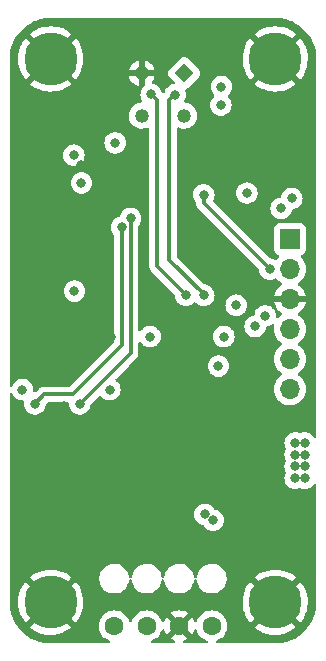
<source format=gbr>
%TF.GenerationSoftware,KiCad,Pcbnew,6.0.8-f2edbf62ab~116~ubuntu20.04.1*%
%TF.CreationDate,2022-10-23T17:18:19+02:00*%
%TF.ProjectId,TireTempSensor_v2.0,54697265-5465-46d7-9053-656e736f725f,rev?*%
%TF.SameCoordinates,Original*%
%TF.FileFunction,Copper,L4,Bot*%
%TF.FilePolarity,Positive*%
%FSLAX46Y46*%
G04 Gerber Fmt 4.6, Leading zero omitted, Abs format (unit mm)*
G04 Created by KiCad (PCBNEW 6.0.8-f2edbf62ab~116~ubuntu20.04.1) date 2022-10-23 17:18:19*
%MOMM*%
%LPD*%
G01*
G04 APERTURE LIST*
G04 Aperture macros list*
%AMRotRect*
0 Rectangle, with rotation*
0 The origin of the aperture is its center*
0 $1 length*
0 $2 width*
0 $3 Rotation angle, in degrees counterclockwise*
0 Add horizontal line*
21,1,$1,$2,0,0,$3*%
G04 Aperture macros list end*
%TA.AperFunction,ComponentPad*%
%ADD10C,4.500000*%
%TD*%
%TA.AperFunction,ComponentPad*%
%ADD11C,1.600000*%
%TD*%
%TA.AperFunction,ComponentPad*%
%ADD12RotRect,1.192000X1.192000X45.000000*%
%TD*%
%TA.AperFunction,ComponentPad*%
%ADD13C,1.192000*%
%TD*%
%TA.AperFunction,ComponentPad*%
%ADD14R,1.700000X1.700000*%
%TD*%
%TA.AperFunction,ComponentPad*%
%ADD15O,1.700000X1.700000*%
%TD*%
%TA.AperFunction,ViaPad*%
%ADD16C,0.800000*%
%TD*%
%TA.AperFunction,Conductor*%
%ADD17C,0.300000*%
%TD*%
G04 APERTURE END LIST*
D10*
%TO.P,H4,1,1*%
%TO.N,GND*%
X103250000Y-67500000D03*
%TD*%
%TO.P,H2,1,1*%
%TO.N,GND*%
X103250000Y-113500000D03*
%TD*%
D11*
%TO.P,J2,1,Pin_1*%
%TO.N,+24V*%
X116875000Y-115500000D03*
%TO.P,J2,2,Pin_2*%
%TO.N,GND*%
X114125000Y-115500000D03*
%TO.P,J2,3,Pin_3*%
%TO.N,/CAN +*%
X111375000Y-115500000D03*
%TO.P,J2,4,Pin_4*%
%TO.N,/CAN -*%
X108625000Y-115500000D03*
%TD*%
D10*
%TO.P,H3,1,1*%
%TO.N,GND*%
X122250000Y-67500000D03*
%TD*%
%TO.P,H1,1,1*%
%TO.N,GND*%
X122250000Y-113500000D03*
%TD*%
D12*
%TO.P,IC2,1,SCL*%
%TO.N,/SCL*%
X114546052Y-68703950D03*
D13*
%TO.P,IC2,2,SDA*%
%TO.N,/SDA*%
X114546052Y-72296052D03*
%TO.P,IC2,3,VDD*%
%TO.N,Net-(C17-Pad1)*%
X110953950Y-72296052D03*
%TO.P,IC2,4,GND*%
%TO.N,GND*%
X110953950Y-68703950D03*
%TD*%
D14*
%TO.P,J1,1,Pin_1*%
%TO.N,+3V3*%
X123500000Y-82750000D03*
D15*
%TO.P,J1,2,Pin_2*%
%TO.N,/SWCLK*%
X123500000Y-85290000D03*
%TO.P,J1,3,Pin_3*%
%TO.N,GND*%
X123500000Y-87830000D03*
%TO.P,J1,4,Pin_4*%
%TO.N,/SWDIO*%
X123500000Y-90370000D03*
%TO.P,J1,5,Pin_5*%
%TO.N,/NRST*%
X123500000Y-92910000D03*
%TO.P,J1,6,Pin_6*%
%TO.N,/SWO*%
X123500000Y-95450000D03*
%TD*%
D16*
%TO.N,/+3V3_uC*%
X118950000Y-88350000D03*
X105850000Y-78000000D03*
X119850000Y-78850000D03*
X111650000Y-91000000D03*
X108700000Y-74600000D03*
X105200000Y-75650000D03*
X117900000Y-91000000D03*
X105250000Y-87150000D03*
%TO.N,GND*%
X114400000Y-75500000D03*
X103750000Y-106400000D03*
X118500000Y-73600000D03*
X100750000Y-92000000D03*
X110500000Y-95300000D03*
X108350000Y-91000000D03*
X100750000Y-93750000D03*
X107850000Y-104250000D03*
X100750000Y-84850000D03*
X100750000Y-88500000D03*
X118250000Y-104050000D03*
X106800000Y-73800000D03*
X104400000Y-99700000D03*
X110300000Y-74600000D03*
X115000000Y-96850000D03*
X120750000Y-81400000D03*
X115000000Y-95300000D03*
X104400000Y-96850000D03*
X107800000Y-68300000D03*
X120450000Y-106650000D03*
X100750000Y-86750000D03*
X124500000Y-77700000D03*
X100300000Y-83850000D03*
X100300000Y-79650000D03*
X100750000Y-90250000D03*
X103300000Y-77500000D03*
X115500000Y-91900000D03*
X104200000Y-78600000D03*
X119400000Y-75000000D03*
X108950000Y-103750000D03*
X104350000Y-85500000D03*
X121500000Y-75000000D03*
X107700000Y-76500000D03*
X105800000Y-76500000D03*
X107850000Y-105350000D03*
X120450000Y-107500000D03*
X100300000Y-81750000D03*
X108950000Y-106950000D03*
X110500000Y-96850000D03*
X107850000Y-106450000D03*
X119800000Y-97650000D03*
X120750000Y-96750000D03*
%TO.N,+3V3*%
X117650000Y-71400000D03*
X123950000Y-103000000D03*
X123950000Y-101000000D03*
X117700000Y-69850000D03*
X117000000Y-106550000D03*
X122750000Y-80150000D03*
X121400000Y-89250000D03*
X100850000Y-95500000D03*
X108250000Y-95500000D03*
X123950000Y-102000000D03*
X124750000Y-103000000D03*
X117450000Y-93500000D03*
X116300000Y-106050000D03*
X123650000Y-79300000D03*
X120550000Y-90150000D03*
X124750000Y-102000000D03*
X123950000Y-100000000D03*
X124750000Y-100000000D03*
X124750000Y-101000000D03*
%TO.N,/SCL*%
X111750000Y-70500000D03*
X114700000Y-87500000D03*
%TO.N,/SDA*%
X113779978Y-70529978D03*
X116199503Y-87500000D03*
%TO.N,/SWCLK*%
X121800000Y-85300000D03*
X116200000Y-79000000D03*
%TO.N,/CAN RX*%
X109250000Y-81750000D03*
X101900000Y-96700000D03*
%TO.N,/CAN TX*%
X110000000Y-81000500D03*
X105700000Y-96700000D03*
%TD*%
D17*
%TO.N,/SCL*%
X112250000Y-85050000D02*
X114700000Y-87500000D01*
X111750000Y-70500000D02*
X112250000Y-71000000D01*
X112250000Y-71000000D02*
X112250000Y-85050000D01*
%TO.N,/SDA*%
X113250000Y-71000000D02*
X113250000Y-84489339D01*
X116199503Y-87438842D02*
X116199503Y-87500000D01*
X113720022Y-70529978D02*
X113250000Y-71000000D01*
X113779978Y-70529978D02*
X113720022Y-70529978D01*
X113250000Y-84489339D02*
X116199503Y-87438842D01*
%TO.N,/SWCLK*%
X116200000Y-79700000D02*
X116200000Y-79000000D01*
X121800000Y-85300000D02*
X116200000Y-79700000D01*
%TO.N,/CAN RX*%
X109250000Y-81750000D02*
X109250000Y-91750000D01*
X109250000Y-91750000D02*
X105103553Y-95896447D01*
X102703553Y-95896447D02*
X101900000Y-96700000D01*
X105103553Y-95896447D02*
X102703553Y-95896447D01*
%TO.N,/CAN TX*%
X110000000Y-92400000D02*
X105700000Y-96700000D01*
X110000000Y-81000500D02*
X110000000Y-92400000D01*
%TD*%
%TA.AperFunction,Conductor*%
%TO.N,GND*%
G36*
X122220018Y-64010000D02*
G01*
X122234852Y-64012310D01*
X122234855Y-64012310D01*
X122243724Y-64013691D01*
X122252627Y-64012527D01*
X122252628Y-64012527D01*
X122263076Y-64011161D01*
X122285594Y-64010249D01*
X122586051Y-64025010D01*
X122598345Y-64026221D01*
X122925034Y-64074680D01*
X122937156Y-64077090D01*
X123031196Y-64100646D01*
X123257523Y-64157339D01*
X123269355Y-64160928D01*
X123580311Y-64272190D01*
X123591735Y-64276922D01*
X123659500Y-64308972D01*
X123890292Y-64418128D01*
X123901188Y-64423953D01*
X124042101Y-64508412D01*
X124184467Y-64593744D01*
X124194748Y-64600614D01*
X124460017Y-64797350D01*
X124469556Y-64805177D01*
X124714282Y-65026985D01*
X124723015Y-65035718D01*
X124944823Y-65280444D01*
X124952650Y-65289983D01*
X125017770Y-65377787D01*
X125149386Y-65555252D01*
X125156256Y-65565533D01*
X125241588Y-65707899D01*
X125267435Y-65751022D01*
X125326045Y-65848807D01*
X125331874Y-65859712D01*
X125473078Y-66158265D01*
X125477810Y-66169689D01*
X125589072Y-66480645D01*
X125592661Y-66492477D01*
X125672909Y-66812841D01*
X125675320Y-66824966D01*
X125721378Y-67135461D01*
X125723779Y-67151650D01*
X125724990Y-67163949D01*
X125738221Y-67433235D01*
X125739390Y-67457034D01*
X125738042Y-67482598D01*
X125736309Y-67493724D01*
X125738771Y-67512552D01*
X125740436Y-67525283D01*
X125741500Y-67541621D01*
X125741500Y-99430091D01*
X125721498Y-99498212D01*
X125667842Y-99544705D01*
X125597568Y-99554809D01*
X125532988Y-99525315D01*
X125506381Y-99493092D01*
X125492341Y-99468774D01*
X125489040Y-99463056D01*
X125361253Y-99321134D01*
X125206752Y-99208882D01*
X125200724Y-99206198D01*
X125200722Y-99206197D01*
X125038319Y-99133891D01*
X125038318Y-99133891D01*
X125032288Y-99131206D01*
X124938888Y-99111353D01*
X124851944Y-99092872D01*
X124851939Y-99092872D01*
X124845487Y-99091500D01*
X124654513Y-99091500D01*
X124648061Y-99092872D01*
X124648056Y-99092872D01*
X124561112Y-99111353D01*
X124467712Y-99131206D01*
X124461685Y-99133889D01*
X124461677Y-99133892D01*
X124401248Y-99160797D01*
X124330881Y-99170231D01*
X124298752Y-99160797D01*
X124238323Y-99133892D01*
X124238315Y-99133889D01*
X124232288Y-99131206D01*
X124138888Y-99111353D01*
X124051944Y-99092872D01*
X124051939Y-99092872D01*
X124045487Y-99091500D01*
X123854513Y-99091500D01*
X123848061Y-99092872D01*
X123848056Y-99092872D01*
X123761112Y-99111353D01*
X123667712Y-99131206D01*
X123661682Y-99133891D01*
X123661681Y-99133891D01*
X123499278Y-99206197D01*
X123499276Y-99206198D01*
X123493248Y-99208882D01*
X123338747Y-99321134D01*
X123210960Y-99463056D01*
X123115473Y-99628444D01*
X123056458Y-99810072D01*
X123036496Y-100000000D01*
X123056458Y-100189928D01*
X123115473Y-100371556D01*
X123118776Y-100377278D01*
X123118777Y-100377279D01*
X123153257Y-100437000D01*
X123169995Y-100505995D01*
X123153257Y-100563000D01*
X123115473Y-100628444D01*
X123056458Y-100810072D01*
X123036496Y-101000000D01*
X123056458Y-101189928D01*
X123115473Y-101371556D01*
X123118776Y-101377278D01*
X123118777Y-101377279D01*
X123153257Y-101437000D01*
X123169995Y-101505995D01*
X123153257Y-101563000D01*
X123115473Y-101628444D01*
X123056458Y-101810072D01*
X123036496Y-102000000D01*
X123056458Y-102189928D01*
X123115473Y-102371556D01*
X123118776Y-102377278D01*
X123118777Y-102377279D01*
X123153257Y-102437000D01*
X123169995Y-102505995D01*
X123153257Y-102563000D01*
X123115473Y-102628444D01*
X123056458Y-102810072D01*
X123036496Y-103000000D01*
X123056458Y-103189928D01*
X123115473Y-103371556D01*
X123210960Y-103536944D01*
X123338747Y-103678866D01*
X123493248Y-103791118D01*
X123499276Y-103793802D01*
X123499278Y-103793803D01*
X123601249Y-103839203D01*
X123667712Y-103868794D01*
X123761112Y-103888647D01*
X123848056Y-103907128D01*
X123848061Y-103907128D01*
X123854513Y-103908500D01*
X124045487Y-103908500D01*
X124051939Y-103907128D01*
X124051944Y-103907128D01*
X124138887Y-103888647D01*
X124232288Y-103868794D01*
X124238315Y-103866111D01*
X124238323Y-103866108D01*
X124298752Y-103839203D01*
X124369119Y-103829769D01*
X124401248Y-103839203D01*
X124461677Y-103866108D01*
X124461685Y-103866111D01*
X124467712Y-103868794D01*
X124561112Y-103888647D01*
X124648056Y-103907128D01*
X124648061Y-103907128D01*
X124654513Y-103908500D01*
X124845487Y-103908500D01*
X124851939Y-103907128D01*
X124851944Y-103907128D01*
X124938887Y-103888647D01*
X125032288Y-103868794D01*
X125098751Y-103839203D01*
X125200722Y-103793803D01*
X125200724Y-103793802D01*
X125206752Y-103791118D01*
X125361253Y-103678866D01*
X125489040Y-103536944D01*
X125506382Y-103506907D01*
X125557764Y-103457915D01*
X125627478Y-103444480D01*
X125693389Y-103470867D01*
X125734570Y-103528699D01*
X125741500Y-103569909D01*
X125741500Y-113450633D01*
X125740000Y-113470018D01*
X125739247Y-113474858D01*
X125736309Y-113493724D01*
X125737473Y-113502627D01*
X125737473Y-113502628D01*
X125738839Y-113513076D01*
X125739751Y-113535594D01*
X125726791Y-113799410D01*
X125724991Y-113836045D01*
X125723779Y-113848345D01*
X125675321Y-114175031D01*
X125672910Y-114187156D01*
X125653588Y-114264293D01*
X125592661Y-114507523D01*
X125589072Y-114519355D01*
X125477810Y-114830311D01*
X125473078Y-114841735D01*
X125469884Y-114848489D01*
X125336168Y-115131210D01*
X125331874Y-115140288D01*
X125326047Y-115151188D01*
X125288793Y-115213343D01*
X125156256Y-115434467D01*
X125149386Y-115444748D01*
X124952650Y-115710017D01*
X124944823Y-115719556D01*
X124723020Y-115964277D01*
X124714282Y-115973015D01*
X124469556Y-116194823D01*
X124460017Y-116202650D01*
X124275106Y-116339789D01*
X124194748Y-116399386D01*
X124184467Y-116406256D01*
X124042101Y-116491588D01*
X123901188Y-116576047D01*
X123890292Y-116581872D01*
X123857268Y-116597491D01*
X123591735Y-116723078D01*
X123580311Y-116727810D01*
X123269355Y-116839072D01*
X123257523Y-116842661D01*
X123031196Y-116899354D01*
X122937156Y-116922910D01*
X122925034Y-116925320D01*
X122598345Y-116973779D01*
X122586051Y-116974990D01*
X122292961Y-116989390D01*
X122267402Y-116988042D01*
X122256276Y-116986309D01*
X122224714Y-116990436D01*
X122208379Y-116991500D01*
X117321366Y-116991500D01*
X117253245Y-116971498D01*
X117206752Y-116917842D01*
X117196648Y-116847568D01*
X117226142Y-116782988D01*
X117288755Y-116743793D01*
X117318933Y-116735707D01*
X117318935Y-116735706D01*
X117324243Y-116734284D01*
X117348275Y-116723078D01*
X117526762Y-116639849D01*
X117526767Y-116639846D01*
X117531749Y-116637523D01*
X117636611Y-116564098D01*
X117714789Y-116509357D01*
X117714792Y-116509355D01*
X117719300Y-116506198D01*
X117881198Y-116344300D01*
X118012523Y-116156749D01*
X118014846Y-116151767D01*
X118014849Y-116151762D01*
X118106961Y-115954225D01*
X118106961Y-115954224D01*
X118109284Y-115949243D01*
X118129976Y-115872022D01*
X118167119Y-115733402D01*
X118167119Y-115733400D01*
X118168543Y-115728087D01*
X118177826Y-115621982D01*
X120493142Y-115621982D01*
X120500668Y-115632415D01*
X120646463Y-115749848D01*
X120652648Y-115754244D01*
X120928363Y-115926195D01*
X120935034Y-115929817D01*
X121229414Y-116067402D01*
X121236468Y-116070195D01*
X121545257Y-116171420D01*
X121552570Y-116173339D01*
X121871298Y-116236738D01*
X121878789Y-116237764D01*
X122202823Y-116262413D01*
X122210386Y-116262531D01*
X122535021Y-116248074D01*
X122542562Y-116247282D01*
X122863115Y-116193926D01*
X122870479Y-116192240D01*
X123182315Y-116100757D01*
X123189424Y-116098198D01*
X123488003Y-115969919D01*
X123494770Y-115966515D01*
X123775764Y-115803301D01*
X123782071Y-115799111D01*
X124000005Y-115634588D01*
X124008461Y-115623197D01*
X124001743Y-115610953D01*
X122262812Y-113872022D01*
X122248868Y-113864408D01*
X122247035Y-113864539D01*
X122240420Y-113868790D01*
X120500257Y-115608953D01*
X120493142Y-115621982D01*
X118177826Y-115621982D01*
X118188498Y-115500000D01*
X118168543Y-115271913D01*
X118167119Y-115266598D01*
X118110707Y-115056067D01*
X118110706Y-115056065D01*
X118109284Y-115050757D01*
X118105885Y-115043467D01*
X118014849Y-114848238D01*
X118014846Y-114848233D01*
X118012523Y-114843251D01*
X117939098Y-114738389D01*
X117884357Y-114660211D01*
X117884355Y-114660208D01*
X117881198Y-114655700D01*
X117719300Y-114493802D01*
X117714792Y-114490645D01*
X117714789Y-114490643D01*
X117588920Y-114402509D01*
X117531749Y-114362477D01*
X117526767Y-114360154D01*
X117526762Y-114360151D01*
X117329225Y-114268039D01*
X117329224Y-114268039D01*
X117324243Y-114265716D01*
X117318935Y-114264294D01*
X117318933Y-114264293D01*
X117108402Y-114207881D01*
X117108400Y-114207881D01*
X117103087Y-114206457D01*
X116875000Y-114186502D01*
X116646913Y-114206457D01*
X116641600Y-114207881D01*
X116641598Y-114207881D01*
X116431067Y-114264293D01*
X116431065Y-114264294D01*
X116425757Y-114265716D01*
X116420776Y-114268039D01*
X116420775Y-114268039D01*
X116223238Y-114360151D01*
X116223233Y-114360154D01*
X116218251Y-114362477D01*
X116161080Y-114402509D01*
X116035211Y-114490643D01*
X116035208Y-114490645D01*
X116030700Y-114493802D01*
X115868802Y-114655700D01*
X115865645Y-114660208D01*
X115865643Y-114660211D01*
X115810902Y-114738389D01*
X115737477Y-114843251D01*
X115735154Y-114848233D01*
X115735151Y-114848238D01*
X115644115Y-115043467D01*
X115640716Y-115050757D01*
X115639294Y-115056064D01*
X115639290Y-115056075D01*
X115621447Y-115122665D01*
X115584496Y-115183288D01*
X115520635Y-115214309D01*
X115450140Y-115205879D01*
X115395394Y-115160676D01*
X115378034Y-115122664D01*
X115360236Y-115056239D01*
X115356490Y-115045947D01*
X115264414Y-114848489D01*
X115258931Y-114838994D01*
X115222491Y-114786952D01*
X115212012Y-114778576D01*
X115198566Y-114785644D01*
X114497022Y-115487188D01*
X114489408Y-115501132D01*
X114489539Y-115502965D01*
X114493790Y-115509580D01*
X115199287Y-116215077D01*
X115211062Y-116221507D01*
X115223077Y-116212211D01*
X115258931Y-116161006D01*
X115264414Y-116151511D01*
X115356490Y-115954053D01*
X115360236Y-115943761D01*
X115378034Y-115877336D01*
X115414985Y-115816713D01*
X115478846Y-115785692D01*
X115549340Y-115794120D01*
X115604088Y-115839323D01*
X115621447Y-115877335D01*
X115639290Y-115943925D01*
X115639293Y-115943933D01*
X115640716Y-115949243D01*
X115643039Y-115954224D01*
X115643039Y-115954225D01*
X115735151Y-116151762D01*
X115735154Y-116151767D01*
X115737477Y-116156749D01*
X115868802Y-116344300D01*
X116030700Y-116506198D01*
X116035208Y-116509355D01*
X116035211Y-116509357D01*
X116113389Y-116564098D01*
X116218251Y-116637523D01*
X116223233Y-116639846D01*
X116223238Y-116639849D01*
X116401725Y-116723078D01*
X116425757Y-116734284D01*
X116431065Y-116735706D01*
X116431067Y-116735707D01*
X116461245Y-116743793D01*
X116521868Y-116780745D01*
X116552889Y-116844605D01*
X116544461Y-116915100D01*
X116499258Y-116969847D01*
X116428634Y-116991500D01*
X114569436Y-116991500D01*
X114501315Y-116971498D01*
X114454822Y-116917842D01*
X114444718Y-116847568D01*
X114474212Y-116782988D01*
X114536825Y-116743793D01*
X114568761Y-116735236D01*
X114579053Y-116731490D01*
X114776511Y-116639414D01*
X114786006Y-116633931D01*
X114838048Y-116597491D01*
X114846424Y-116587012D01*
X114839356Y-116573566D01*
X114137812Y-115872022D01*
X114123868Y-115864408D01*
X114122035Y-115864539D01*
X114115420Y-115868790D01*
X113409923Y-116574287D01*
X113403493Y-116586062D01*
X113412789Y-116598077D01*
X113463994Y-116633931D01*
X113473489Y-116639414D01*
X113670947Y-116731490D01*
X113681239Y-116735236D01*
X113713175Y-116743793D01*
X113773798Y-116780745D01*
X113804819Y-116844605D01*
X113796391Y-116915100D01*
X113751188Y-116969847D01*
X113680564Y-116991500D01*
X111821366Y-116991500D01*
X111753245Y-116971498D01*
X111706752Y-116917842D01*
X111696648Y-116847568D01*
X111726142Y-116782988D01*
X111788755Y-116743793D01*
X111818933Y-116735707D01*
X111818935Y-116735706D01*
X111824243Y-116734284D01*
X111848275Y-116723078D01*
X112026762Y-116639849D01*
X112026767Y-116639846D01*
X112031749Y-116637523D01*
X112136611Y-116564098D01*
X112214789Y-116509357D01*
X112214792Y-116509355D01*
X112219300Y-116506198D01*
X112381198Y-116344300D01*
X112512523Y-116156749D01*
X112514846Y-116151767D01*
X112514849Y-116151762D01*
X112606961Y-115954225D01*
X112606961Y-115954224D01*
X112609284Y-115949243D01*
X112610707Y-115943933D01*
X112610710Y-115943925D01*
X112628553Y-115877335D01*
X112665504Y-115816712D01*
X112729365Y-115785691D01*
X112799860Y-115794121D01*
X112854606Y-115839324D01*
X112871966Y-115877336D01*
X112889764Y-115943761D01*
X112893510Y-115954053D01*
X112985586Y-116151511D01*
X112991069Y-116161006D01*
X113027509Y-116213048D01*
X113037988Y-116221424D01*
X113051434Y-116214356D01*
X113752978Y-115512812D01*
X113760592Y-115498868D01*
X113760461Y-115497035D01*
X113756210Y-115490420D01*
X113050713Y-114784923D01*
X113038938Y-114778493D01*
X113026923Y-114787789D01*
X112991069Y-114838994D01*
X112985586Y-114848489D01*
X112893510Y-115045947D01*
X112889764Y-115056239D01*
X112871966Y-115122664D01*
X112835015Y-115183287D01*
X112771154Y-115214308D01*
X112700660Y-115205880D01*
X112645912Y-115160677D01*
X112628553Y-115122665D01*
X112610710Y-115056075D01*
X112610706Y-115056064D01*
X112609284Y-115050757D01*
X112605885Y-115043467D01*
X112514849Y-114848238D01*
X112514846Y-114848233D01*
X112512523Y-114843251D01*
X112439098Y-114738389D01*
X112384357Y-114660211D01*
X112384355Y-114660208D01*
X112381198Y-114655700D01*
X112219300Y-114493802D01*
X112214792Y-114490645D01*
X112214789Y-114490643D01*
X112103886Y-114412988D01*
X113403576Y-114412988D01*
X113410644Y-114426434D01*
X114112188Y-115127978D01*
X114126132Y-115135592D01*
X114127965Y-115135461D01*
X114134580Y-115131210D01*
X114840077Y-114425713D01*
X114846507Y-114413938D01*
X114837211Y-114401923D01*
X114786006Y-114366069D01*
X114776511Y-114360586D01*
X114579053Y-114268510D01*
X114568761Y-114264764D01*
X114358312Y-114208375D01*
X114347519Y-114206472D01*
X114130475Y-114187483D01*
X114119525Y-114187483D01*
X113902481Y-114206472D01*
X113891688Y-114208375D01*
X113681239Y-114264764D01*
X113670947Y-114268510D01*
X113473489Y-114360586D01*
X113463994Y-114366069D01*
X113411952Y-114402509D01*
X113403576Y-114412988D01*
X112103886Y-114412988D01*
X112088920Y-114402509D01*
X112031749Y-114362477D01*
X112026767Y-114360154D01*
X112026762Y-114360151D01*
X111829225Y-114268039D01*
X111829224Y-114268039D01*
X111824243Y-114265716D01*
X111818935Y-114264294D01*
X111818933Y-114264293D01*
X111608402Y-114207881D01*
X111608400Y-114207881D01*
X111603087Y-114206457D01*
X111375000Y-114186502D01*
X111146913Y-114206457D01*
X111141600Y-114207881D01*
X111141598Y-114207881D01*
X110931067Y-114264293D01*
X110931065Y-114264294D01*
X110925757Y-114265716D01*
X110920776Y-114268039D01*
X110920775Y-114268039D01*
X110723238Y-114360151D01*
X110723233Y-114360154D01*
X110718251Y-114362477D01*
X110661080Y-114402509D01*
X110535211Y-114490643D01*
X110535208Y-114490645D01*
X110530700Y-114493802D01*
X110368802Y-114655700D01*
X110365645Y-114660208D01*
X110365643Y-114660211D01*
X110310902Y-114738389D01*
X110237477Y-114843251D01*
X110235154Y-114848233D01*
X110235151Y-114848238D01*
X110144115Y-115043467D01*
X110140716Y-115050757D01*
X110139294Y-115056065D01*
X110139293Y-115056067D01*
X110121707Y-115121699D01*
X110084755Y-115182322D01*
X110020894Y-115213343D01*
X109950400Y-115204915D01*
X109895653Y-115159712D01*
X109878293Y-115121699D01*
X109860707Y-115056067D01*
X109860706Y-115056065D01*
X109859284Y-115050757D01*
X109855885Y-115043467D01*
X109764849Y-114848238D01*
X109764846Y-114848233D01*
X109762523Y-114843251D01*
X109689098Y-114738389D01*
X109634357Y-114660211D01*
X109634355Y-114660208D01*
X109631198Y-114655700D01*
X109469300Y-114493802D01*
X109464792Y-114490645D01*
X109464789Y-114490643D01*
X109338920Y-114402509D01*
X109281749Y-114362477D01*
X109276767Y-114360154D01*
X109276762Y-114360151D01*
X109079225Y-114268039D01*
X109079224Y-114268039D01*
X109074243Y-114265716D01*
X109068935Y-114264294D01*
X109068933Y-114264293D01*
X108858402Y-114207881D01*
X108858400Y-114207881D01*
X108853087Y-114206457D01*
X108625000Y-114186502D01*
X108396913Y-114206457D01*
X108391600Y-114207881D01*
X108391598Y-114207881D01*
X108181067Y-114264293D01*
X108181065Y-114264294D01*
X108175757Y-114265716D01*
X108170776Y-114268039D01*
X108170775Y-114268039D01*
X107973238Y-114360151D01*
X107973233Y-114360154D01*
X107968251Y-114362477D01*
X107911080Y-114402509D01*
X107785211Y-114490643D01*
X107785208Y-114490645D01*
X107780700Y-114493802D01*
X107618802Y-114655700D01*
X107615645Y-114660208D01*
X107615643Y-114660211D01*
X107560902Y-114738389D01*
X107487477Y-114843251D01*
X107485154Y-114848233D01*
X107485151Y-114848238D01*
X107394115Y-115043467D01*
X107390716Y-115050757D01*
X107389294Y-115056065D01*
X107389293Y-115056067D01*
X107332881Y-115266598D01*
X107331457Y-115271913D01*
X107311502Y-115500000D01*
X107331457Y-115728087D01*
X107332881Y-115733400D01*
X107332881Y-115733402D01*
X107370025Y-115872022D01*
X107390716Y-115949243D01*
X107393039Y-115954224D01*
X107393039Y-115954225D01*
X107485151Y-116151762D01*
X107485154Y-116151767D01*
X107487477Y-116156749D01*
X107618802Y-116344300D01*
X107780700Y-116506198D01*
X107785208Y-116509355D01*
X107785211Y-116509357D01*
X107863389Y-116564098D01*
X107968251Y-116637523D01*
X107973233Y-116639846D01*
X107973238Y-116639849D01*
X108151725Y-116723078D01*
X108175757Y-116734284D01*
X108181065Y-116735706D01*
X108181067Y-116735707D01*
X108211245Y-116743793D01*
X108271868Y-116780745D01*
X108302889Y-116844605D01*
X108294461Y-116915100D01*
X108249258Y-116969847D01*
X108178634Y-116991500D01*
X103299367Y-116991500D01*
X103279982Y-116990000D01*
X103265148Y-116987690D01*
X103265145Y-116987690D01*
X103256276Y-116986309D01*
X103247373Y-116987473D01*
X103247372Y-116987473D01*
X103236924Y-116988839D01*
X103214406Y-116989751D01*
X102913949Y-116974990D01*
X102901655Y-116973779D01*
X102574966Y-116925320D01*
X102562844Y-116922910D01*
X102468804Y-116899354D01*
X102242477Y-116842661D01*
X102230645Y-116839072D01*
X101919689Y-116727810D01*
X101908265Y-116723078D01*
X101642732Y-116597491D01*
X101609708Y-116581872D01*
X101598812Y-116576047D01*
X101457899Y-116491588D01*
X101315533Y-116406256D01*
X101305252Y-116399386D01*
X101224894Y-116339789D01*
X101039983Y-116202650D01*
X101030444Y-116194823D01*
X100785718Y-115973015D01*
X100776980Y-115964277D01*
X100555177Y-115719556D01*
X100547350Y-115710017D01*
X100482059Y-115621982D01*
X101493142Y-115621982D01*
X101500668Y-115632415D01*
X101646463Y-115749848D01*
X101652648Y-115754244D01*
X101928363Y-115926195D01*
X101935034Y-115929817D01*
X102229414Y-116067402D01*
X102236468Y-116070195D01*
X102545257Y-116171420D01*
X102552570Y-116173339D01*
X102871298Y-116236738D01*
X102878789Y-116237764D01*
X103202823Y-116262413D01*
X103210386Y-116262531D01*
X103535021Y-116248074D01*
X103542562Y-116247282D01*
X103863115Y-116193926D01*
X103870479Y-116192240D01*
X104182315Y-116100757D01*
X104189424Y-116098198D01*
X104488003Y-115969919D01*
X104494770Y-115966515D01*
X104775764Y-115803301D01*
X104782071Y-115799111D01*
X105000005Y-115634588D01*
X105008461Y-115623197D01*
X105001743Y-115610953D01*
X103262812Y-113872022D01*
X103248868Y-113864408D01*
X103247035Y-113864539D01*
X103240420Y-113868790D01*
X101500257Y-115608953D01*
X101493142Y-115621982D01*
X100482059Y-115621982D01*
X100350614Y-115444748D01*
X100343744Y-115434467D01*
X100211207Y-115213343D01*
X100173953Y-115151188D01*
X100168126Y-115140288D01*
X100163833Y-115131210D01*
X100030116Y-114848489D01*
X100026922Y-114841735D01*
X100022190Y-114830311D01*
X99910928Y-114519355D01*
X99907339Y-114507523D01*
X99846412Y-114264293D01*
X99827090Y-114187156D01*
X99824679Y-114175031D01*
X99776220Y-113848343D01*
X99775009Y-113836045D01*
X99773210Y-113799410D01*
X99769702Y-113728019D01*
X99760795Y-113546695D01*
X99762387Y-113519619D01*
X99763576Y-113512552D01*
X99763729Y-113500000D01*
X99760128Y-113474858D01*
X100487299Y-113474858D01*
X100503456Y-113799410D01*
X100504287Y-113806939D01*
X100559318Y-114127198D01*
X100561051Y-114134585D01*
X100654156Y-114445909D01*
X100656759Y-114453022D01*
X100786595Y-114750913D01*
X100790037Y-114757669D01*
X100954720Y-115037803D01*
X100958943Y-115044088D01*
X101115792Y-115249608D01*
X101127316Y-115258069D01*
X101139382Y-115251408D01*
X102877978Y-113512812D01*
X102884356Y-113501132D01*
X103614408Y-113501132D01*
X103614539Y-113502965D01*
X103618790Y-113509580D01*
X105358825Y-115249615D01*
X105371948Y-115256781D01*
X105382250Y-115249391D01*
X105491429Y-115115285D01*
X105495842Y-115109144D01*
X105669248Y-114834312D01*
X105672895Y-114827677D01*
X105812025Y-114534011D01*
X105814850Y-114526984D01*
X105917696Y-114218715D01*
X105919650Y-114211424D01*
X105984716Y-113893033D01*
X105985784Y-113885529D01*
X106012253Y-113560100D01*
X106012458Y-113555625D01*
X106013018Y-113502221D01*
X106012908Y-113497789D01*
X106011526Y-113474858D01*
X119487299Y-113474858D01*
X119503456Y-113799410D01*
X119504287Y-113806939D01*
X119559318Y-114127198D01*
X119561051Y-114134585D01*
X119654156Y-114445909D01*
X119656759Y-114453022D01*
X119786595Y-114750913D01*
X119790037Y-114757669D01*
X119954720Y-115037803D01*
X119958943Y-115044088D01*
X120115792Y-115249608D01*
X120127316Y-115258069D01*
X120139382Y-115251408D01*
X121877978Y-113512812D01*
X121884356Y-113501132D01*
X122614408Y-113501132D01*
X122614539Y-113502965D01*
X122618790Y-113509580D01*
X124358825Y-115249615D01*
X124371948Y-115256781D01*
X124382250Y-115249391D01*
X124491429Y-115115285D01*
X124495842Y-115109144D01*
X124669248Y-114834312D01*
X124672895Y-114827677D01*
X124812025Y-114534011D01*
X124814850Y-114526984D01*
X124917696Y-114218715D01*
X124919650Y-114211424D01*
X124984716Y-113893033D01*
X124985784Y-113885529D01*
X125012253Y-113560100D01*
X125012458Y-113555625D01*
X125013018Y-113502221D01*
X125012908Y-113497789D01*
X124993257Y-113171835D01*
X124992349Y-113164333D01*
X124933967Y-112844663D01*
X124932154Y-112837284D01*
X124835797Y-112526966D01*
X124833116Y-112519869D01*
X124700172Y-112223363D01*
X124696655Y-112216636D01*
X124529054Y-111938252D01*
X124524757Y-111931999D01*
X124383617Y-111751022D01*
X124371823Y-111742551D01*
X124360113Y-111749097D01*
X122622022Y-113487188D01*
X122614408Y-113501132D01*
X121884356Y-113501132D01*
X121885592Y-113498868D01*
X121885461Y-113497035D01*
X121881210Y-113490420D01*
X120140864Y-111750074D01*
X120127929Y-111743011D01*
X120117367Y-111750671D01*
X119991785Y-111908268D01*
X119987428Y-111914467D01*
X119816913Y-112191094D01*
X119813333Y-112197770D01*
X119677287Y-112492878D01*
X119674537Y-112499929D01*
X119574927Y-112809251D01*
X119573044Y-112816584D01*
X119511316Y-113135632D01*
X119510329Y-113143132D01*
X119487378Y-113467277D01*
X119487299Y-113474858D01*
X106011526Y-113474858D01*
X105993257Y-113171835D01*
X105992349Y-113164333D01*
X105933967Y-112844663D01*
X105932154Y-112837284D01*
X105835797Y-112526966D01*
X105833116Y-112519869D01*
X105700172Y-112223363D01*
X105696655Y-112216636D01*
X105529054Y-111938252D01*
X105524757Y-111931999D01*
X105383617Y-111751022D01*
X105371823Y-111742551D01*
X105360113Y-111749097D01*
X103622022Y-113487188D01*
X103614408Y-113501132D01*
X102884356Y-113501132D01*
X102885592Y-113498868D01*
X102885461Y-113497035D01*
X102881210Y-113490420D01*
X101140864Y-111750074D01*
X101127929Y-111743011D01*
X101117367Y-111750671D01*
X100991785Y-111908268D01*
X100987428Y-111914467D01*
X100816913Y-112191094D01*
X100813333Y-112197770D01*
X100677287Y-112492878D01*
X100674537Y-112499929D01*
X100574927Y-112809251D01*
X100573044Y-112816584D01*
X100511316Y-113135632D01*
X100510329Y-113143132D01*
X100487378Y-113467277D01*
X100487299Y-113474858D01*
X99760128Y-113474858D01*
X99759773Y-113472376D01*
X99758500Y-113454514D01*
X99758500Y-111377773D01*
X101492267Y-111377773D01*
X101498871Y-111389661D01*
X103237188Y-113127978D01*
X103251132Y-113135592D01*
X103252965Y-113135461D01*
X103259580Y-113131210D01*
X104851100Y-111539690D01*
X107362037Y-111539690D01*
X107389025Y-111762715D01*
X107455082Y-111977435D01*
X107457652Y-111982415D01*
X107457654Y-111982419D01*
X107522852Y-112108738D01*
X107558118Y-112177064D01*
X107694877Y-112355292D01*
X107861036Y-112506485D01*
X107865783Y-112509463D01*
X107865786Y-112509465D01*
X107994229Y-112590036D01*
X108051344Y-112625864D01*
X108259783Y-112709656D01*
X108479767Y-112755213D01*
X108484378Y-112755479D01*
X108484379Y-112755479D01*
X108534952Y-112758395D01*
X108534956Y-112758395D01*
X108536775Y-112758500D01*
X108681999Y-112758500D01*
X108684786Y-112758251D01*
X108684792Y-112758251D01*
X108754929Y-112751991D01*
X108848762Y-112743617D01*
X108854176Y-112742136D01*
X108854181Y-112742135D01*
X108981912Y-112707191D01*
X109065451Y-112684337D01*
X109070509Y-112681925D01*
X109070513Y-112681923D01*
X109188042Y-112625864D01*
X109268218Y-112587622D01*
X109450654Y-112456529D01*
X109606992Y-112295201D01*
X109732290Y-112108738D01*
X109822588Y-111903033D01*
X109859311Y-111750074D01*
X109873722Y-111690046D01*
X109873722Y-111690045D01*
X109875032Y-111684589D01*
X109875906Y-111669435D01*
X109899798Y-111602579D01*
X109956042Y-111559253D01*
X110026781Y-111553213D01*
X110089557Y-111586377D01*
X110124437Y-111648214D01*
X110126781Y-111661532D01*
X110139025Y-111762715D01*
X110205082Y-111977435D01*
X110207652Y-111982415D01*
X110207654Y-111982419D01*
X110272852Y-112108738D01*
X110308118Y-112177064D01*
X110444877Y-112355292D01*
X110611036Y-112506485D01*
X110615783Y-112509463D01*
X110615786Y-112509465D01*
X110744229Y-112590036D01*
X110801344Y-112625864D01*
X111009783Y-112709656D01*
X111229767Y-112755213D01*
X111234378Y-112755479D01*
X111234379Y-112755479D01*
X111284952Y-112758395D01*
X111284956Y-112758395D01*
X111286775Y-112758500D01*
X111431999Y-112758500D01*
X111434786Y-112758251D01*
X111434792Y-112758251D01*
X111504929Y-112751991D01*
X111598762Y-112743617D01*
X111604176Y-112742136D01*
X111604181Y-112742135D01*
X111731912Y-112707191D01*
X111815451Y-112684337D01*
X111820509Y-112681925D01*
X111820513Y-112681923D01*
X111938042Y-112625864D01*
X112018218Y-112587622D01*
X112200654Y-112456529D01*
X112356992Y-112295201D01*
X112482290Y-112108738D01*
X112572588Y-111903033D01*
X112609311Y-111750074D01*
X112623722Y-111690046D01*
X112623722Y-111690045D01*
X112625032Y-111684589D01*
X112625906Y-111669435D01*
X112649798Y-111602579D01*
X112706042Y-111559253D01*
X112776781Y-111553213D01*
X112839557Y-111586377D01*
X112874437Y-111648214D01*
X112876781Y-111661532D01*
X112889025Y-111762715D01*
X112955082Y-111977435D01*
X112957652Y-111982415D01*
X112957654Y-111982419D01*
X113022852Y-112108738D01*
X113058118Y-112177064D01*
X113194877Y-112355292D01*
X113361036Y-112506485D01*
X113365783Y-112509463D01*
X113365786Y-112509465D01*
X113494229Y-112590036D01*
X113551344Y-112625864D01*
X113759783Y-112709656D01*
X113979767Y-112755213D01*
X113984378Y-112755479D01*
X113984379Y-112755479D01*
X114034952Y-112758395D01*
X114034956Y-112758395D01*
X114036775Y-112758500D01*
X114181999Y-112758500D01*
X114184786Y-112758251D01*
X114184792Y-112758251D01*
X114254929Y-112751991D01*
X114348762Y-112743617D01*
X114354176Y-112742136D01*
X114354181Y-112742135D01*
X114481912Y-112707191D01*
X114565451Y-112684337D01*
X114570509Y-112681925D01*
X114570513Y-112681923D01*
X114688042Y-112625864D01*
X114768218Y-112587622D01*
X114950654Y-112456529D01*
X115106992Y-112295201D01*
X115232290Y-112108738D01*
X115322588Y-111903033D01*
X115359311Y-111750074D01*
X115373722Y-111690046D01*
X115373722Y-111690045D01*
X115375032Y-111684589D01*
X115375906Y-111669435D01*
X115399798Y-111602579D01*
X115456042Y-111559253D01*
X115526781Y-111553213D01*
X115589557Y-111586377D01*
X115624437Y-111648214D01*
X115626781Y-111661532D01*
X115639025Y-111762715D01*
X115705082Y-111977435D01*
X115707652Y-111982415D01*
X115707654Y-111982419D01*
X115772852Y-112108738D01*
X115808118Y-112177064D01*
X115944877Y-112355292D01*
X116111036Y-112506485D01*
X116115783Y-112509463D01*
X116115786Y-112509465D01*
X116244229Y-112590036D01*
X116301344Y-112625864D01*
X116509783Y-112709656D01*
X116729767Y-112755213D01*
X116734378Y-112755479D01*
X116734379Y-112755479D01*
X116784952Y-112758395D01*
X116784956Y-112758395D01*
X116786775Y-112758500D01*
X116931999Y-112758500D01*
X116934786Y-112758251D01*
X116934792Y-112758251D01*
X117004929Y-112751991D01*
X117098762Y-112743617D01*
X117104176Y-112742136D01*
X117104181Y-112742135D01*
X117231912Y-112707191D01*
X117315451Y-112684337D01*
X117320509Y-112681925D01*
X117320513Y-112681923D01*
X117438042Y-112625864D01*
X117518218Y-112587622D01*
X117700654Y-112456529D01*
X117856992Y-112295201D01*
X117982290Y-112108738D01*
X118072588Y-111903033D01*
X118109311Y-111750074D01*
X118123722Y-111690046D01*
X118123722Y-111690045D01*
X118125032Y-111684589D01*
X118129879Y-111600525D01*
X118137640Y-111465917D01*
X118137640Y-111465914D01*
X118137963Y-111460310D01*
X118127975Y-111377773D01*
X120492267Y-111377773D01*
X120498871Y-111389661D01*
X122237188Y-113127978D01*
X122251132Y-113135592D01*
X122252965Y-113135461D01*
X122259580Y-113131210D01*
X124000162Y-111390628D01*
X124007174Y-111377787D01*
X123999379Y-111367098D01*
X123829886Y-111233481D01*
X123823663Y-111229156D01*
X123546140Y-111060088D01*
X123539465Y-111056553D01*
X123243637Y-110922049D01*
X123236567Y-110919335D01*
X122926740Y-110821350D01*
X122919389Y-110819503D01*
X122600024Y-110759446D01*
X122592515Y-110758498D01*
X122268251Y-110737245D01*
X122260686Y-110737205D01*
X121936207Y-110755062D01*
X121928693Y-110755931D01*
X121608713Y-110812641D01*
X121601357Y-110814406D01*
X121290503Y-110909147D01*
X121283409Y-110911786D01*
X120986207Y-111043178D01*
X120979470Y-111046655D01*
X120700196Y-111212805D01*
X120693945Y-111217053D01*
X120500733Y-111366115D01*
X120492267Y-111377773D01*
X118127975Y-111377773D01*
X118110975Y-111237285D01*
X118044918Y-111022565D01*
X117979798Y-110896396D01*
X117944454Y-110827919D01*
X117944454Y-110827918D01*
X117941882Y-110822936D01*
X117805123Y-110644708D01*
X117638964Y-110493515D01*
X117634217Y-110490537D01*
X117634214Y-110490535D01*
X117453405Y-110377115D01*
X117448656Y-110374136D01*
X117240217Y-110290344D01*
X117020233Y-110244787D01*
X117015622Y-110244521D01*
X117015621Y-110244521D01*
X116965048Y-110241605D01*
X116965044Y-110241605D01*
X116963225Y-110241500D01*
X116818001Y-110241500D01*
X116815214Y-110241749D01*
X116815208Y-110241749D01*
X116745071Y-110248009D01*
X116651238Y-110256383D01*
X116645824Y-110257864D01*
X116645819Y-110257865D01*
X116531262Y-110289205D01*
X116434549Y-110315663D01*
X116429491Y-110318075D01*
X116429487Y-110318077D01*
X116333166Y-110364020D01*
X116231782Y-110412378D01*
X116049346Y-110543471D01*
X115893008Y-110704799D01*
X115767710Y-110891262D01*
X115677412Y-111096967D01*
X115676103Y-111102418D01*
X115676102Y-111102422D01*
X115648582Y-111217053D01*
X115624968Y-111315411D01*
X115624645Y-111321016D01*
X115624094Y-111330565D01*
X115600202Y-111397421D01*
X115543958Y-111440747D01*
X115473219Y-111446787D01*
X115410443Y-111413623D01*
X115375563Y-111351786D01*
X115373219Y-111338468D01*
X115360975Y-111237285D01*
X115294918Y-111022565D01*
X115229798Y-110896396D01*
X115194454Y-110827919D01*
X115194454Y-110827918D01*
X115191882Y-110822936D01*
X115055123Y-110644708D01*
X114888964Y-110493515D01*
X114884217Y-110490537D01*
X114884214Y-110490535D01*
X114703405Y-110377115D01*
X114698656Y-110374136D01*
X114490217Y-110290344D01*
X114270233Y-110244787D01*
X114265622Y-110244521D01*
X114265621Y-110244521D01*
X114215048Y-110241605D01*
X114215044Y-110241605D01*
X114213225Y-110241500D01*
X114068001Y-110241500D01*
X114065214Y-110241749D01*
X114065208Y-110241749D01*
X113995071Y-110248009D01*
X113901238Y-110256383D01*
X113895824Y-110257864D01*
X113895819Y-110257865D01*
X113781262Y-110289205D01*
X113684549Y-110315663D01*
X113679491Y-110318075D01*
X113679487Y-110318077D01*
X113583166Y-110364020D01*
X113481782Y-110412378D01*
X113299346Y-110543471D01*
X113143008Y-110704799D01*
X113017710Y-110891262D01*
X112927412Y-111096967D01*
X112926103Y-111102418D01*
X112926102Y-111102422D01*
X112898582Y-111217053D01*
X112874968Y-111315411D01*
X112874645Y-111321016D01*
X112874094Y-111330565D01*
X112850202Y-111397421D01*
X112793958Y-111440747D01*
X112723219Y-111446787D01*
X112660443Y-111413623D01*
X112625563Y-111351786D01*
X112623219Y-111338468D01*
X112610975Y-111237285D01*
X112544918Y-111022565D01*
X112479798Y-110896396D01*
X112444454Y-110827919D01*
X112444454Y-110827918D01*
X112441882Y-110822936D01*
X112305123Y-110644708D01*
X112138964Y-110493515D01*
X112134217Y-110490537D01*
X112134214Y-110490535D01*
X111953405Y-110377115D01*
X111948656Y-110374136D01*
X111740217Y-110290344D01*
X111520233Y-110244787D01*
X111515622Y-110244521D01*
X111515621Y-110244521D01*
X111465048Y-110241605D01*
X111465044Y-110241605D01*
X111463225Y-110241500D01*
X111318001Y-110241500D01*
X111315214Y-110241749D01*
X111315208Y-110241749D01*
X111245071Y-110248009D01*
X111151238Y-110256383D01*
X111145824Y-110257864D01*
X111145819Y-110257865D01*
X111031262Y-110289205D01*
X110934549Y-110315663D01*
X110929491Y-110318075D01*
X110929487Y-110318077D01*
X110833166Y-110364020D01*
X110731782Y-110412378D01*
X110549346Y-110543471D01*
X110393008Y-110704799D01*
X110267710Y-110891262D01*
X110177412Y-111096967D01*
X110176103Y-111102418D01*
X110176102Y-111102422D01*
X110148582Y-111217053D01*
X110124968Y-111315411D01*
X110124645Y-111321016D01*
X110124094Y-111330565D01*
X110100202Y-111397421D01*
X110043958Y-111440747D01*
X109973219Y-111446787D01*
X109910443Y-111413623D01*
X109875563Y-111351786D01*
X109873219Y-111338468D01*
X109860975Y-111237285D01*
X109794918Y-111022565D01*
X109729798Y-110896396D01*
X109694454Y-110827919D01*
X109694454Y-110827918D01*
X109691882Y-110822936D01*
X109555123Y-110644708D01*
X109388964Y-110493515D01*
X109384217Y-110490537D01*
X109384214Y-110490535D01*
X109203405Y-110377115D01*
X109198656Y-110374136D01*
X108990217Y-110290344D01*
X108770233Y-110244787D01*
X108765622Y-110244521D01*
X108765621Y-110244521D01*
X108715048Y-110241605D01*
X108715044Y-110241605D01*
X108713225Y-110241500D01*
X108568001Y-110241500D01*
X108565214Y-110241749D01*
X108565208Y-110241749D01*
X108495071Y-110248009D01*
X108401238Y-110256383D01*
X108395824Y-110257864D01*
X108395819Y-110257865D01*
X108281262Y-110289205D01*
X108184549Y-110315663D01*
X108179491Y-110318075D01*
X108179487Y-110318077D01*
X108083166Y-110364020D01*
X107981782Y-110412378D01*
X107799346Y-110543471D01*
X107643008Y-110704799D01*
X107517710Y-110891262D01*
X107427412Y-111096967D01*
X107426103Y-111102418D01*
X107426102Y-111102422D01*
X107398582Y-111217053D01*
X107374968Y-111315411D01*
X107371372Y-111377787D01*
X107369306Y-111413623D01*
X107362037Y-111539690D01*
X104851100Y-111539690D01*
X105000162Y-111390628D01*
X105007174Y-111377787D01*
X104999379Y-111367098D01*
X104829886Y-111233481D01*
X104823663Y-111229156D01*
X104546140Y-111060088D01*
X104539465Y-111056553D01*
X104243637Y-110922049D01*
X104236567Y-110919335D01*
X103926740Y-110821350D01*
X103919389Y-110819503D01*
X103600024Y-110759446D01*
X103592515Y-110758498D01*
X103268251Y-110737245D01*
X103260686Y-110737205D01*
X102936207Y-110755062D01*
X102928693Y-110755931D01*
X102608713Y-110812641D01*
X102601357Y-110814406D01*
X102290503Y-110909147D01*
X102283409Y-110911786D01*
X101986207Y-111043178D01*
X101979470Y-111046655D01*
X101700196Y-111212805D01*
X101693945Y-111217053D01*
X101500733Y-111366115D01*
X101492267Y-111377773D01*
X99758500Y-111377773D01*
X99758500Y-106050000D01*
X115386496Y-106050000D01*
X115406458Y-106239928D01*
X115465473Y-106421556D01*
X115560960Y-106586944D01*
X115688747Y-106728866D01*
X115843248Y-106841118D01*
X115849276Y-106843802D01*
X115849278Y-106843803D01*
X116009799Y-106915271D01*
X116017712Y-106918794D01*
X116129455Y-106942546D01*
X116191926Y-106976273D01*
X116212373Y-107002790D01*
X116260960Y-107086944D01*
X116388747Y-107228866D01*
X116543248Y-107341118D01*
X116549276Y-107343802D01*
X116549278Y-107343803D01*
X116711681Y-107416109D01*
X116717712Y-107418794D01*
X116811113Y-107438647D01*
X116898056Y-107457128D01*
X116898061Y-107457128D01*
X116904513Y-107458500D01*
X117095487Y-107458500D01*
X117101939Y-107457128D01*
X117101944Y-107457128D01*
X117188888Y-107438647D01*
X117282288Y-107418794D01*
X117288319Y-107416109D01*
X117450722Y-107343803D01*
X117450724Y-107343802D01*
X117456752Y-107341118D01*
X117611253Y-107228866D01*
X117739040Y-107086944D01*
X117834527Y-106921556D01*
X117893542Y-106739928D01*
X117913504Y-106550000D01*
X117893542Y-106360072D01*
X117834527Y-106178444D01*
X117739040Y-106013056D01*
X117611253Y-105871134D01*
X117456752Y-105758882D01*
X117450724Y-105756198D01*
X117450722Y-105756197D01*
X117288319Y-105683891D01*
X117288318Y-105683891D01*
X117282288Y-105681206D01*
X117170545Y-105657454D01*
X117108074Y-105623727D01*
X117087625Y-105597208D01*
X117042341Y-105518774D01*
X117039040Y-105513056D01*
X116911253Y-105371134D01*
X116756752Y-105258882D01*
X116750724Y-105256198D01*
X116750722Y-105256197D01*
X116588319Y-105183891D01*
X116588318Y-105183891D01*
X116582288Y-105181206D01*
X116488887Y-105161353D01*
X116401944Y-105142872D01*
X116401939Y-105142872D01*
X116395487Y-105141500D01*
X116204513Y-105141500D01*
X116198061Y-105142872D01*
X116198056Y-105142872D01*
X116111113Y-105161353D01*
X116017712Y-105181206D01*
X116011682Y-105183891D01*
X116011681Y-105183891D01*
X115849278Y-105256197D01*
X115849276Y-105256198D01*
X115843248Y-105258882D01*
X115688747Y-105371134D01*
X115560960Y-105513056D01*
X115465473Y-105678444D01*
X115406458Y-105860072D01*
X115386496Y-106050000D01*
X99758500Y-106050000D01*
X99758500Y-95876207D01*
X99778502Y-95808086D01*
X99832158Y-95761593D01*
X99902432Y-95751489D01*
X99967012Y-95780983D01*
X100004332Y-95837269D01*
X100015473Y-95871556D01*
X100018776Y-95877278D01*
X100018777Y-95877279D01*
X100052686Y-95936010D01*
X100110960Y-96036944D01*
X100115378Y-96041851D01*
X100115379Y-96041852D01*
X100131566Y-96059829D01*
X100238747Y-96178866D01*
X100393248Y-96291118D01*
X100399276Y-96293802D01*
X100399278Y-96293803D01*
X100561681Y-96366109D01*
X100567712Y-96368794D01*
X100661113Y-96388647D01*
X100748056Y-96407128D01*
X100748061Y-96407128D01*
X100754513Y-96408500D01*
X100877196Y-96408500D01*
X100945317Y-96428502D01*
X100991810Y-96482158D01*
X101002506Y-96547670D01*
X100995126Y-96617892D01*
X100986496Y-96700000D01*
X100987186Y-96706565D01*
X100998242Y-96811753D01*
X101006458Y-96889928D01*
X101065473Y-97071556D01*
X101160960Y-97236944D01*
X101288747Y-97378866D01*
X101443248Y-97491118D01*
X101449276Y-97493802D01*
X101449278Y-97493803D01*
X101611681Y-97566109D01*
X101617712Y-97568794D01*
X101711112Y-97588647D01*
X101798056Y-97607128D01*
X101798061Y-97607128D01*
X101804513Y-97608500D01*
X101995487Y-97608500D01*
X102001939Y-97607128D01*
X102001944Y-97607128D01*
X102088888Y-97588647D01*
X102182288Y-97568794D01*
X102188319Y-97566109D01*
X102350722Y-97493803D01*
X102350724Y-97493802D01*
X102356752Y-97491118D01*
X102511253Y-97378866D01*
X102639040Y-97236944D01*
X102734527Y-97071556D01*
X102793542Y-96889928D01*
X102806755Y-96764213D01*
X102833768Y-96698558D01*
X102842970Y-96688290D01*
X102939408Y-96591852D01*
X103001720Y-96557826D01*
X103028503Y-96554947D01*
X104661804Y-96554947D01*
X104729925Y-96574949D01*
X104776418Y-96628605D01*
X104785925Y-96686829D01*
X104787186Y-96686829D01*
X104787186Y-96693435D01*
X104786496Y-96700000D01*
X104787186Y-96706565D01*
X104798242Y-96811753D01*
X104806458Y-96889928D01*
X104865473Y-97071556D01*
X104960960Y-97236944D01*
X105088747Y-97378866D01*
X105243248Y-97491118D01*
X105249276Y-97493802D01*
X105249278Y-97493803D01*
X105411681Y-97566109D01*
X105417712Y-97568794D01*
X105511112Y-97588647D01*
X105598056Y-97607128D01*
X105598061Y-97607128D01*
X105604513Y-97608500D01*
X105795487Y-97608500D01*
X105801939Y-97607128D01*
X105801944Y-97607128D01*
X105888888Y-97588647D01*
X105982288Y-97568794D01*
X105988319Y-97566109D01*
X106150722Y-97493803D01*
X106150724Y-97493802D01*
X106156752Y-97491118D01*
X106311253Y-97378866D01*
X106439040Y-97236944D01*
X106534527Y-97071556D01*
X106593542Y-96889928D01*
X106606755Y-96764213D01*
X106633768Y-96698558D01*
X106642970Y-96688290D01*
X107315972Y-96015288D01*
X107378284Y-95981262D01*
X107449099Y-95986327D01*
X107507005Y-96030324D01*
X107507652Y-96031215D01*
X107510960Y-96036944D01*
X107638747Y-96178866D01*
X107793248Y-96291118D01*
X107799276Y-96293802D01*
X107799278Y-96293803D01*
X107961681Y-96366109D01*
X107967712Y-96368794D01*
X108061113Y-96388647D01*
X108148056Y-96407128D01*
X108148061Y-96407128D01*
X108154513Y-96408500D01*
X108345487Y-96408500D01*
X108351939Y-96407128D01*
X108351944Y-96407128D01*
X108438887Y-96388647D01*
X108532288Y-96368794D01*
X108538319Y-96366109D01*
X108700722Y-96293803D01*
X108700724Y-96293802D01*
X108706752Y-96291118D01*
X108861253Y-96178866D01*
X108968434Y-96059829D01*
X108984621Y-96041852D01*
X108984622Y-96041851D01*
X108989040Y-96036944D01*
X109047314Y-95936010D01*
X109081223Y-95877279D01*
X109081224Y-95877278D01*
X109084527Y-95871556D01*
X109143542Y-95689928D01*
X109163504Y-95500000D01*
X109143542Y-95310072D01*
X109084527Y-95128444D01*
X108989040Y-94963056D01*
X108861253Y-94821134D01*
X108794178Y-94772401D01*
X108777234Y-94760090D01*
X108733880Y-94703867D01*
X108727805Y-94633131D01*
X108762200Y-94569059D01*
X109831259Y-93500000D01*
X116536496Y-93500000D01*
X116556458Y-93689928D01*
X116615473Y-93871556D01*
X116710960Y-94036944D01*
X116715378Y-94041851D01*
X116715379Y-94041852D01*
X116772702Y-94105516D01*
X116838747Y-94178866D01*
X116993248Y-94291118D01*
X116999276Y-94293802D01*
X116999278Y-94293803D01*
X117161681Y-94366109D01*
X117167712Y-94368794D01*
X117261113Y-94388647D01*
X117348056Y-94407128D01*
X117348061Y-94407128D01*
X117354513Y-94408500D01*
X117545487Y-94408500D01*
X117551939Y-94407128D01*
X117551944Y-94407128D01*
X117638887Y-94388647D01*
X117732288Y-94368794D01*
X117738319Y-94366109D01*
X117900722Y-94293803D01*
X117900724Y-94293802D01*
X117906752Y-94291118D01*
X118061253Y-94178866D01*
X118127298Y-94105516D01*
X118184621Y-94041852D01*
X118184622Y-94041851D01*
X118189040Y-94036944D01*
X118284527Y-93871556D01*
X118343542Y-93689928D01*
X118363504Y-93500000D01*
X118353714Y-93406857D01*
X118344232Y-93316635D01*
X118344232Y-93316633D01*
X118343542Y-93310072D01*
X118284527Y-93128444D01*
X118189040Y-92963056D01*
X118137344Y-92905641D01*
X118065675Y-92826045D01*
X118065674Y-92826044D01*
X118061253Y-92821134D01*
X117906752Y-92708882D01*
X117900724Y-92706198D01*
X117900722Y-92706197D01*
X117738319Y-92633891D01*
X117738318Y-92633891D01*
X117732288Y-92631206D01*
X117638888Y-92611353D01*
X117551944Y-92592872D01*
X117551939Y-92592872D01*
X117545487Y-92591500D01*
X117354513Y-92591500D01*
X117348061Y-92592872D01*
X117348056Y-92592872D01*
X117261113Y-92611353D01*
X117167712Y-92631206D01*
X117161682Y-92633891D01*
X117161681Y-92633891D01*
X116999278Y-92706197D01*
X116999276Y-92706198D01*
X116993248Y-92708882D01*
X116838747Y-92821134D01*
X116834326Y-92826044D01*
X116834325Y-92826045D01*
X116762657Y-92905641D01*
X116710960Y-92963056D01*
X116615473Y-93128444D01*
X116556458Y-93310072D01*
X116555768Y-93316633D01*
X116555768Y-93316635D01*
X116546286Y-93406857D01*
X116536496Y-93500000D01*
X109831259Y-93500000D01*
X110407600Y-92923659D01*
X110416381Y-92915669D01*
X110416390Y-92915661D01*
X110423080Y-92911416D01*
X110471621Y-92859725D01*
X110474375Y-92856884D01*
X110494926Y-92836333D01*
X110497638Y-92832837D01*
X110505349Y-92823808D01*
X110507860Y-92821134D01*
X110536972Y-92790133D01*
X110547301Y-92771345D01*
X110558158Y-92754816D01*
X110566447Y-92744131D01*
X110566448Y-92744129D01*
X110571304Y-92737869D01*
X110589657Y-92695456D01*
X110594868Y-92684819D01*
X110617124Y-92644337D01*
X110622457Y-92623566D01*
X110628859Y-92604864D01*
X110637379Y-92585177D01*
X110644605Y-92539552D01*
X110647013Y-92527926D01*
X110656529Y-92490865D01*
X110656529Y-92490864D01*
X110658500Y-92483188D01*
X110658500Y-92461742D01*
X110660051Y-92442031D01*
X110662166Y-92428678D01*
X110663406Y-92420849D01*
X110659059Y-92374864D01*
X110658500Y-92363006D01*
X110658500Y-91569909D01*
X110678502Y-91501788D01*
X110732158Y-91455295D01*
X110802432Y-91445191D01*
X110867012Y-91474685D01*
X110893618Y-91506907D01*
X110910960Y-91536944D01*
X110915378Y-91541851D01*
X110915379Y-91541852D01*
X111027737Y-91666638D01*
X111038747Y-91678866D01*
X111069713Y-91701364D01*
X111167078Y-91772104D01*
X111193248Y-91791118D01*
X111199276Y-91793802D01*
X111199278Y-91793803D01*
X111361681Y-91866109D01*
X111367712Y-91868794D01*
X111461113Y-91888647D01*
X111548056Y-91907128D01*
X111548061Y-91907128D01*
X111554513Y-91908500D01*
X111745487Y-91908500D01*
X111751939Y-91907128D01*
X111751944Y-91907128D01*
X111838888Y-91888647D01*
X111932288Y-91868794D01*
X111938319Y-91866109D01*
X112100722Y-91793803D01*
X112100724Y-91793802D01*
X112106752Y-91791118D01*
X112132923Y-91772104D01*
X112230287Y-91701364D01*
X112261253Y-91678866D01*
X112272263Y-91666638D01*
X112384621Y-91541852D01*
X112384622Y-91541851D01*
X112389040Y-91536944D01*
X112484527Y-91371556D01*
X112543542Y-91189928D01*
X112555929Y-91072077D01*
X112562814Y-91006565D01*
X112563504Y-91000000D01*
X116986496Y-91000000D01*
X116987186Y-91006565D01*
X116994072Y-91072077D01*
X117006458Y-91189928D01*
X117065473Y-91371556D01*
X117160960Y-91536944D01*
X117165378Y-91541851D01*
X117165379Y-91541852D01*
X117277737Y-91666638D01*
X117288747Y-91678866D01*
X117319713Y-91701364D01*
X117417078Y-91772104D01*
X117443248Y-91791118D01*
X117449276Y-91793802D01*
X117449278Y-91793803D01*
X117611681Y-91866109D01*
X117617712Y-91868794D01*
X117711113Y-91888647D01*
X117798056Y-91907128D01*
X117798061Y-91907128D01*
X117804513Y-91908500D01*
X117995487Y-91908500D01*
X118001939Y-91907128D01*
X118001944Y-91907128D01*
X118088888Y-91888647D01*
X118182288Y-91868794D01*
X118188319Y-91866109D01*
X118350722Y-91793803D01*
X118350724Y-91793802D01*
X118356752Y-91791118D01*
X118382923Y-91772104D01*
X118480287Y-91701364D01*
X118511253Y-91678866D01*
X118522263Y-91666638D01*
X118634621Y-91541852D01*
X118634622Y-91541851D01*
X118639040Y-91536944D01*
X118734527Y-91371556D01*
X118793542Y-91189928D01*
X118805929Y-91072077D01*
X118812814Y-91006565D01*
X118813504Y-91000000D01*
X118799510Y-90866857D01*
X118794232Y-90816635D01*
X118794232Y-90816633D01*
X118793542Y-90810072D01*
X118734527Y-90628444D01*
X118639040Y-90463056D01*
X118618198Y-90439908D01*
X118515675Y-90326045D01*
X118515674Y-90326044D01*
X118511253Y-90321134D01*
X118356752Y-90208882D01*
X118350724Y-90206198D01*
X118350722Y-90206197D01*
X118224501Y-90150000D01*
X119636496Y-90150000D01*
X119637186Y-90156565D01*
X119654483Y-90321134D01*
X119656458Y-90339928D01*
X119715473Y-90521556D01*
X119718776Y-90527278D01*
X119718777Y-90527279D01*
X119727325Y-90542085D01*
X119810960Y-90686944D01*
X119938747Y-90828866D01*
X120093248Y-90941118D01*
X120099276Y-90943802D01*
X120099278Y-90943803D01*
X120240245Y-91006565D01*
X120267712Y-91018794D01*
X120361112Y-91038647D01*
X120448056Y-91057128D01*
X120448061Y-91057128D01*
X120454513Y-91058500D01*
X120645487Y-91058500D01*
X120651939Y-91057128D01*
X120651944Y-91057128D01*
X120738888Y-91038647D01*
X120832288Y-91018794D01*
X120859755Y-91006565D01*
X121000722Y-90943803D01*
X121000724Y-90943802D01*
X121006752Y-90941118D01*
X121161253Y-90828866D01*
X121289040Y-90686944D01*
X121372675Y-90542085D01*
X121381223Y-90527279D01*
X121381224Y-90527278D01*
X121384527Y-90521556D01*
X121443542Y-90339928D01*
X121445517Y-90321134D01*
X121452291Y-90256690D01*
X121479305Y-90191033D01*
X121537526Y-90150404D01*
X121551397Y-90146616D01*
X121682288Y-90118794D01*
X121688319Y-90116109D01*
X121850722Y-90043803D01*
X121850724Y-90043802D01*
X121856752Y-90041118D01*
X121971367Y-89957845D01*
X122038235Y-89933987D01*
X122107386Y-89950067D01*
X122156866Y-90000981D01*
X122170966Y-90070563D01*
X122166847Y-90093448D01*
X122160989Y-90114570D01*
X122137251Y-90336695D01*
X122137548Y-90341848D01*
X122137548Y-90341851D01*
X122143011Y-90436590D01*
X122150110Y-90559715D01*
X122151247Y-90564761D01*
X122151248Y-90564767D01*
X122164309Y-90622721D01*
X122199222Y-90777639D01*
X122237461Y-90871811D01*
X122264028Y-90937237D01*
X122283266Y-90984616D01*
X122399987Y-91175088D01*
X122546250Y-91343938D01*
X122718126Y-91486632D01*
X122765209Y-91514145D01*
X122791445Y-91529476D01*
X122840169Y-91581114D01*
X122853240Y-91650897D01*
X122826509Y-91716669D01*
X122786055Y-91750027D01*
X122773607Y-91756507D01*
X122769474Y-91759610D01*
X122769471Y-91759612D01*
X122622227Y-91870166D01*
X122594965Y-91890635D01*
X122440629Y-92052138D01*
X122314743Y-92236680D01*
X122220688Y-92439305D01*
X122160989Y-92654570D01*
X122137251Y-92876695D01*
X122137548Y-92881848D01*
X122137548Y-92881851D01*
X122143011Y-92976590D01*
X122150110Y-93099715D01*
X122151247Y-93104761D01*
X122151248Y-93104767D01*
X122171119Y-93192939D01*
X122199222Y-93317639D01*
X122237461Y-93411811D01*
X122273271Y-93500000D01*
X122283266Y-93524616D01*
X122399987Y-93715088D01*
X122546250Y-93883938D01*
X122718126Y-94026632D01*
X122725988Y-94031226D01*
X122791445Y-94069476D01*
X122840169Y-94121114D01*
X122853240Y-94190897D01*
X122826509Y-94256669D01*
X122786055Y-94290027D01*
X122773607Y-94296507D01*
X122769474Y-94299610D01*
X122769471Y-94299612D01*
X122675502Y-94370166D01*
X122594965Y-94430635D01*
X122440629Y-94592138D01*
X122437715Y-94596410D01*
X122437714Y-94596411D01*
X122413979Y-94631206D01*
X122314743Y-94776680D01*
X122299003Y-94810590D01*
X122228231Y-94963056D01*
X122220688Y-94979305D01*
X122160989Y-95194570D01*
X122137251Y-95416695D01*
X122137548Y-95421848D01*
X122137548Y-95421851D01*
X122149038Y-95621127D01*
X122150110Y-95639715D01*
X122151247Y-95644761D01*
X122151248Y-95644767D01*
X122159947Y-95683365D01*
X122199222Y-95857639D01*
X122237461Y-95951811D01*
X122274023Y-96041852D01*
X122283266Y-96064616D01*
X122399987Y-96255088D01*
X122546250Y-96423938D01*
X122718126Y-96566632D01*
X122911000Y-96679338D01*
X123119692Y-96759030D01*
X123124760Y-96760061D01*
X123124763Y-96760062D01*
X123232017Y-96781883D01*
X123338597Y-96803567D01*
X123343772Y-96803757D01*
X123343774Y-96803757D01*
X123556673Y-96811564D01*
X123556677Y-96811564D01*
X123561837Y-96811753D01*
X123566957Y-96811097D01*
X123566959Y-96811097D01*
X123778288Y-96784025D01*
X123778289Y-96784025D01*
X123783416Y-96783368D01*
X123788366Y-96781883D01*
X123992429Y-96720661D01*
X123992434Y-96720659D01*
X123997384Y-96719174D01*
X124197994Y-96620896D01*
X124379860Y-96491173D01*
X124538096Y-96333489D01*
X124568543Y-96291118D01*
X124665435Y-96156277D01*
X124668453Y-96152077D01*
X124722927Y-96041858D01*
X124765136Y-95956453D01*
X124765137Y-95956451D01*
X124767430Y-95951811D01*
X124832370Y-95738069D01*
X124861529Y-95516590D01*
X124861774Y-95506564D01*
X124863074Y-95453365D01*
X124863074Y-95453361D01*
X124863156Y-95450000D01*
X124844852Y-95227361D01*
X124790431Y-95010702D01*
X124701354Y-94805840D01*
X124635385Y-94703867D01*
X124582822Y-94622617D01*
X124582820Y-94622614D01*
X124580014Y-94618277D01*
X124429670Y-94453051D01*
X124425619Y-94449852D01*
X124425615Y-94449848D01*
X124258414Y-94317800D01*
X124258410Y-94317798D01*
X124254359Y-94314598D01*
X124213053Y-94291796D01*
X124163084Y-94241364D01*
X124148312Y-94171921D01*
X124173428Y-94105516D01*
X124200780Y-94078909D01*
X124267629Y-94031226D01*
X124379860Y-93951173D01*
X124538096Y-93793489D01*
X124597594Y-93710689D01*
X124665435Y-93616277D01*
X124668453Y-93612077D01*
X124767430Y-93411811D01*
X124832370Y-93198069D01*
X124861529Y-92976590D01*
X124862984Y-92917038D01*
X124863074Y-92913365D01*
X124863074Y-92913361D01*
X124863156Y-92910000D01*
X124844852Y-92687361D01*
X124790431Y-92470702D01*
X124701354Y-92265840D01*
X124580014Y-92078277D01*
X124429670Y-91913051D01*
X124425619Y-91909852D01*
X124425615Y-91909848D01*
X124258414Y-91777800D01*
X124258410Y-91777798D01*
X124254359Y-91774598D01*
X124213053Y-91751796D01*
X124163084Y-91701364D01*
X124148312Y-91631921D01*
X124173428Y-91565516D01*
X124200780Y-91538909D01*
X124264902Y-91493171D01*
X124379860Y-91411173D01*
X124538096Y-91253489D01*
X124597594Y-91170689D01*
X124665435Y-91076277D01*
X124668453Y-91072077D01*
X124704076Y-91000000D01*
X124765136Y-90876453D01*
X124765137Y-90876451D01*
X124767430Y-90871811D01*
X124832370Y-90658069D01*
X124861529Y-90436590D01*
X124863156Y-90370000D01*
X124844852Y-90147361D01*
X124790431Y-89930702D01*
X124701354Y-89725840D01*
X124580014Y-89538277D01*
X124429670Y-89373051D01*
X124425619Y-89369852D01*
X124425615Y-89369848D01*
X124258414Y-89237800D01*
X124258410Y-89237798D01*
X124254359Y-89234598D01*
X124212569Y-89211529D01*
X124162598Y-89161097D01*
X124147826Y-89091654D01*
X124172942Y-89025248D01*
X124200294Y-88998641D01*
X124375328Y-88873792D01*
X124383200Y-88867139D01*
X124534052Y-88716812D01*
X124540730Y-88708965D01*
X124665003Y-88536020D01*
X124670313Y-88527183D01*
X124764670Y-88336267D01*
X124768469Y-88326672D01*
X124830377Y-88122910D01*
X124832555Y-88112837D01*
X124833986Y-88101962D01*
X124831775Y-88087778D01*
X124818617Y-88084000D01*
X122183225Y-88084000D01*
X122169694Y-88087973D01*
X122168257Y-88097966D01*
X122198565Y-88232446D01*
X122201645Y-88242275D01*
X122281770Y-88439603D01*
X122286413Y-88448794D01*
X122397694Y-88630388D01*
X122403777Y-88638699D01*
X122543213Y-88799667D01*
X122550580Y-88806883D01*
X122714434Y-88942916D01*
X122722881Y-88948831D01*
X122791969Y-88989203D01*
X122840693Y-89040842D01*
X122853764Y-89110625D01*
X122827033Y-89176396D01*
X122786584Y-89209752D01*
X122773607Y-89216507D01*
X122769474Y-89219610D01*
X122769471Y-89219612D01*
X122599100Y-89347530D01*
X122594965Y-89350635D01*
X122591393Y-89354373D01*
X122521820Y-89427177D01*
X122460296Y-89462607D01*
X122389383Y-89459150D01*
X122331597Y-89417904D01*
X122305283Y-89351964D01*
X122305416Y-89326956D01*
X122312814Y-89256565D01*
X122313504Y-89250000D01*
X122300538Y-89126638D01*
X122294232Y-89066635D01*
X122294232Y-89066633D01*
X122293542Y-89060072D01*
X122234527Y-88878444D01*
X122139040Y-88713056D01*
X122064606Y-88630388D01*
X122015675Y-88576045D01*
X122015674Y-88576044D01*
X122011253Y-88571134D01*
X121856752Y-88458882D01*
X121850724Y-88456198D01*
X121850722Y-88456197D01*
X121688319Y-88383891D01*
X121688318Y-88383891D01*
X121682288Y-88381206D01*
X121566362Y-88356565D01*
X121501944Y-88342872D01*
X121501939Y-88342872D01*
X121495487Y-88341500D01*
X121304513Y-88341500D01*
X121298061Y-88342872D01*
X121298056Y-88342872D01*
X121233638Y-88356565D01*
X121117712Y-88381206D01*
X121111682Y-88383891D01*
X121111681Y-88383891D01*
X120949278Y-88456197D01*
X120949276Y-88456198D01*
X120943248Y-88458882D01*
X120788747Y-88571134D01*
X120784326Y-88576044D01*
X120784325Y-88576045D01*
X120735395Y-88630388D01*
X120660960Y-88713056D01*
X120565473Y-88878444D01*
X120544525Y-88942916D01*
X120516598Y-89028866D01*
X120506458Y-89060072D01*
X120505768Y-89066635D01*
X120505768Y-89066636D01*
X120497709Y-89143310D01*
X120470695Y-89208967D01*
X120412474Y-89249596D01*
X120398603Y-89253384D01*
X120267712Y-89281206D01*
X120261682Y-89283891D01*
X120261681Y-89283891D01*
X120099278Y-89356197D01*
X120099276Y-89356198D01*
X120093248Y-89358882D01*
X120087907Y-89362762D01*
X120087906Y-89362763D01*
X120073746Y-89373051D01*
X119938747Y-89471134D01*
X119810960Y-89613056D01*
X119715473Y-89778444D01*
X119656458Y-89960072D01*
X119655768Y-89966633D01*
X119655768Y-89966635D01*
X119638471Y-90131206D01*
X119636496Y-90150000D01*
X118224501Y-90150000D01*
X118188319Y-90133891D01*
X118188318Y-90133891D01*
X118182288Y-90131206D01*
X118080617Y-90109595D01*
X118001944Y-90092872D01*
X118001939Y-90092872D01*
X117995487Y-90091500D01*
X117804513Y-90091500D01*
X117798061Y-90092872D01*
X117798056Y-90092872D01*
X117719383Y-90109595D01*
X117617712Y-90131206D01*
X117611682Y-90133891D01*
X117611681Y-90133891D01*
X117449278Y-90206197D01*
X117449276Y-90206198D01*
X117443248Y-90208882D01*
X117288747Y-90321134D01*
X117284326Y-90326044D01*
X117284325Y-90326045D01*
X117181803Y-90439908D01*
X117160960Y-90463056D01*
X117065473Y-90628444D01*
X117006458Y-90810072D01*
X117005768Y-90816633D01*
X117005768Y-90816635D01*
X117000490Y-90866857D01*
X116986496Y-91000000D01*
X112563504Y-91000000D01*
X112549510Y-90866857D01*
X112544232Y-90816635D01*
X112544232Y-90816633D01*
X112543542Y-90810072D01*
X112484527Y-90628444D01*
X112389040Y-90463056D01*
X112368198Y-90439908D01*
X112265675Y-90326045D01*
X112265674Y-90326044D01*
X112261253Y-90321134D01*
X112106752Y-90208882D01*
X112100724Y-90206198D01*
X112100722Y-90206197D01*
X111938319Y-90133891D01*
X111938318Y-90133891D01*
X111932288Y-90131206D01*
X111830617Y-90109595D01*
X111751944Y-90092872D01*
X111751939Y-90092872D01*
X111745487Y-90091500D01*
X111554513Y-90091500D01*
X111548061Y-90092872D01*
X111548056Y-90092872D01*
X111469383Y-90109595D01*
X111367712Y-90131206D01*
X111361682Y-90133891D01*
X111361681Y-90133891D01*
X111199278Y-90206197D01*
X111199276Y-90206198D01*
X111193248Y-90208882D01*
X111038747Y-90321134D01*
X111034326Y-90326044D01*
X111034325Y-90326045D01*
X110931803Y-90439908D01*
X110910960Y-90463056D01*
X110907659Y-90468774D01*
X110893619Y-90493092D01*
X110842236Y-90542085D01*
X110772522Y-90555520D01*
X110706611Y-90529133D01*
X110665430Y-90471301D01*
X110658500Y-90430091D01*
X110658500Y-81675259D01*
X110678502Y-81607138D01*
X110690864Y-81590949D01*
X110734621Y-81542352D01*
X110734622Y-81542351D01*
X110739040Y-81537444D01*
X110797314Y-81436510D01*
X110831223Y-81377779D01*
X110831224Y-81377778D01*
X110834527Y-81372056D01*
X110893542Y-81190428D01*
X110913504Y-81000500D01*
X110893542Y-80810572D01*
X110834527Y-80628944D01*
X110739040Y-80463556D01*
X110611253Y-80321634D01*
X110456752Y-80209382D01*
X110450724Y-80206698D01*
X110450722Y-80206697D01*
X110288319Y-80134391D01*
X110288318Y-80134391D01*
X110282288Y-80131706D01*
X110188887Y-80111853D01*
X110101944Y-80093372D01*
X110101939Y-80093372D01*
X110095487Y-80092000D01*
X109904513Y-80092000D01*
X109898061Y-80093372D01*
X109898056Y-80093372D01*
X109811113Y-80111853D01*
X109717712Y-80131706D01*
X109711682Y-80134391D01*
X109711681Y-80134391D01*
X109549278Y-80206697D01*
X109549276Y-80206698D01*
X109543248Y-80209382D01*
X109388747Y-80321634D01*
X109260960Y-80463556D01*
X109165473Y-80628944D01*
X109148486Y-80681226D01*
X109114578Y-80785582D01*
X109074504Y-80844187D01*
X109020941Y-80869892D01*
X108974170Y-80879833D01*
X108974167Y-80879834D01*
X108967712Y-80881206D01*
X108961682Y-80883891D01*
X108961681Y-80883891D01*
X108799278Y-80956197D01*
X108799276Y-80956198D01*
X108793248Y-80958882D01*
X108638747Y-81071134D01*
X108634326Y-81076044D01*
X108634325Y-81076045D01*
X108525682Y-81196706D01*
X108510960Y-81213056D01*
X108415473Y-81378444D01*
X108356458Y-81560072D01*
X108355768Y-81566633D01*
X108355768Y-81566635D01*
X108337186Y-81743435D01*
X108336496Y-81750000D01*
X108337186Y-81756565D01*
X108347562Y-81855283D01*
X108356458Y-81939928D01*
X108415473Y-82121556D01*
X108510960Y-82286944D01*
X108515378Y-82291851D01*
X108515379Y-82291852D01*
X108559136Y-82340449D01*
X108589854Y-82404456D01*
X108591500Y-82424759D01*
X108591500Y-91425050D01*
X108571498Y-91493171D01*
X108554595Y-91514145D01*
X104867698Y-95201042D01*
X104805386Y-95235068D01*
X104778603Y-95237947D01*
X102785613Y-95237947D01*
X102773756Y-95237388D01*
X102766016Y-95235658D01*
X102758091Y-95235907D01*
X102758090Y-95235907D01*
X102695152Y-95237885D01*
X102691194Y-95237947D01*
X102662121Y-95237947D01*
X102658187Y-95238444D01*
X102658185Y-95238444D01*
X102657742Y-95238500D01*
X102645907Y-95239432D01*
X102613117Y-95240463D01*
X102607642Y-95240635D01*
X102607641Y-95240635D01*
X102599722Y-95240884D01*
X102579997Y-95246615D01*
X102579124Y-95246868D01*
X102559771Y-95250876D01*
X102556296Y-95251315D01*
X102538489Y-95253565D01*
X102531121Y-95256482D01*
X102531118Y-95256483D01*
X102495535Y-95270572D01*
X102484300Y-95274418D01*
X102447569Y-95285089D01*
X102447566Y-95285090D01*
X102439953Y-95287302D01*
X102421488Y-95298222D01*
X102403748Y-95306913D01*
X102383797Y-95314812D01*
X102346427Y-95341963D01*
X102336505Y-95348480D01*
X102303576Y-95367954D01*
X102303572Y-95367957D01*
X102296746Y-95371994D01*
X102281582Y-95387158D01*
X102266549Y-95399998D01*
X102249196Y-95412606D01*
X102221036Y-95446646D01*
X102219751Y-95448199D01*
X102211761Y-95456979D01*
X101967507Y-95701233D01*
X101905195Y-95735259D01*
X101834380Y-95730194D01*
X101777544Y-95687647D01*
X101752733Y-95621127D01*
X101753102Y-95598967D01*
X101761412Y-95519908D01*
X101763504Y-95500000D01*
X101743542Y-95310072D01*
X101684527Y-95128444D01*
X101589040Y-94963056D01*
X101461253Y-94821134D01*
X101306752Y-94708882D01*
X101300724Y-94706198D01*
X101300722Y-94706197D01*
X101138319Y-94633891D01*
X101138318Y-94633891D01*
X101132288Y-94631206D01*
X101038888Y-94611353D01*
X100951944Y-94592872D01*
X100951939Y-94592872D01*
X100945487Y-94591500D01*
X100754513Y-94591500D01*
X100748061Y-94592872D01*
X100748056Y-94592872D01*
X100661113Y-94611353D01*
X100567712Y-94631206D01*
X100561682Y-94633891D01*
X100561681Y-94633891D01*
X100399278Y-94706197D01*
X100399276Y-94706198D01*
X100393248Y-94708882D01*
X100238747Y-94821134D01*
X100110960Y-94963056D01*
X100015473Y-95128444D01*
X100013432Y-95134726D01*
X100004333Y-95162730D01*
X99964259Y-95221335D01*
X99898862Y-95248972D01*
X99828906Y-95236865D01*
X99776600Y-95188859D01*
X99758500Y-95123793D01*
X99758500Y-87150000D01*
X104336496Y-87150000D01*
X104356458Y-87339928D01*
X104415473Y-87521556D01*
X104418776Y-87527278D01*
X104418777Y-87527279D01*
X104444947Y-87572607D01*
X104510960Y-87686944D01*
X104515378Y-87691851D01*
X104515379Y-87691852D01*
X104519300Y-87696207D01*
X104638747Y-87828866D01*
X104793248Y-87941118D01*
X104799276Y-87943802D01*
X104799278Y-87943803D01*
X104891200Y-87984729D01*
X104967712Y-88018794D01*
X105053101Y-88036944D01*
X105148056Y-88057128D01*
X105148061Y-88057128D01*
X105154513Y-88058500D01*
X105345487Y-88058500D01*
X105351939Y-88057128D01*
X105351944Y-88057128D01*
X105446899Y-88036944D01*
X105532288Y-88018794D01*
X105608800Y-87984729D01*
X105700722Y-87943803D01*
X105700724Y-87943802D01*
X105706752Y-87941118D01*
X105861253Y-87828866D01*
X105980700Y-87696207D01*
X105984621Y-87691852D01*
X105984622Y-87691851D01*
X105989040Y-87686944D01*
X106055053Y-87572607D01*
X106081223Y-87527279D01*
X106081224Y-87527278D01*
X106084527Y-87521556D01*
X106143542Y-87339928D01*
X106163504Y-87150000D01*
X106148046Y-87002926D01*
X106144232Y-86966635D01*
X106144232Y-86966633D01*
X106143542Y-86960072D01*
X106084527Y-86778444D01*
X105989040Y-86613056D01*
X105940525Y-86559174D01*
X105865675Y-86476045D01*
X105865674Y-86476044D01*
X105861253Y-86471134D01*
X105706752Y-86358882D01*
X105700724Y-86356198D01*
X105700722Y-86356197D01*
X105538319Y-86283891D01*
X105538318Y-86283891D01*
X105532288Y-86281206D01*
X105432640Y-86260025D01*
X105351944Y-86242872D01*
X105351939Y-86242872D01*
X105345487Y-86241500D01*
X105154513Y-86241500D01*
X105148061Y-86242872D01*
X105148056Y-86242872D01*
X105067360Y-86260025D01*
X104967712Y-86281206D01*
X104961682Y-86283891D01*
X104961681Y-86283891D01*
X104799278Y-86356197D01*
X104799276Y-86356198D01*
X104793248Y-86358882D01*
X104638747Y-86471134D01*
X104634326Y-86476044D01*
X104634325Y-86476045D01*
X104559476Y-86559174D01*
X104510960Y-86613056D01*
X104415473Y-86778444D01*
X104356458Y-86960072D01*
X104355768Y-86966633D01*
X104355768Y-86966635D01*
X104351954Y-87002926D01*
X104336496Y-87150000D01*
X99758500Y-87150000D01*
X99758500Y-78000000D01*
X104936496Y-78000000D01*
X104937186Y-78006565D01*
X104954483Y-78171134D01*
X104956458Y-78189928D01*
X105015473Y-78371556D01*
X105110960Y-78536944D01*
X105238747Y-78678866D01*
X105393248Y-78791118D01*
X105399276Y-78793802D01*
X105399278Y-78793803D01*
X105540245Y-78856565D01*
X105567712Y-78868794D01*
X105661112Y-78888647D01*
X105748056Y-78907128D01*
X105748061Y-78907128D01*
X105754513Y-78908500D01*
X105945487Y-78908500D01*
X105951939Y-78907128D01*
X105951944Y-78907128D01*
X106038888Y-78888647D01*
X106132288Y-78868794D01*
X106159755Y-78856565D01*
X106300722Y-78793803D01*
X106300724Y-78793802D01*
X106306752Y-78791118D01*
X106461253Y-78678866D01*
X106589040Y-78536944D01*
X106684527Y-78371556D01*
X106743542Y-78189928D01*
X106745518Y-78171134D01*
X106762814Y-78006565D01*
X106763504Y-78000000D01*
X106761529Y-77981206D01*
X106744232Y-77816635D01*
X106744232Y-77816633D01*
X106743542Y-77810072D01*
X106684527Y-77628444D01*
X106589040Y-77463056D01*
X106461253Y-77321134D01*
X106306752Y-77208882D01*
X106300724Y-77206198D01*
X106300722Y-77206197D01*
X106138319Y-77133891D01*
X106138318Y-77133891D01*
X106132288Y-77131206D01*
X106038888Y-77111353D01*
X105951944Y-77092872D01*
X105951939Y-77092872D01*
X105945487Y-77091500D01*
X105754513Y-77091500D01*
X105748061Y-77092872D01*
X105748056Y-77092872D01*
X105661112Y-77111353D01*
X105567712Y-77131206D01*
X105561682Y-77133891D01*
X105561681Y-77133891D01*
X105399278Y-77206197D01*
X105399276Y-77206198D01*
X105393248Y-77208882D01*
X105238747Y-77321134D01*
X105110960Y-77463056D01*
X105015473Y-77628444D01*
X104956458Y-77810072D01*
X104955768Y-77816633D01*
X104955768Y-77816635D01*
X104938471Y-77981206D01*
X104936496Y-78000000D01*
X99758500Y-78000000D01*
X99758500Y-75650000D01*
X104286496Y-75650000D01*
X104306458Y-75839928D01*
X104365473Y-76021556D01*
X104460960Y-76186944D01*
X104588747Y-76328866D01*
X104743248Y-76441118D01*
X104749276Y-76443802D01*
X104749278Y-76443803D01*
X104911681Y-76516109D01*
X104917712Y-76518794D01*
X105011113Y-76538647D01*
X105098056Y-76557128D01*
X105098061Y-76557128D01*
X105104513Y-76558500D01*
X105295487Y-76558500D01*
X105301939Y-76557128D01*
X105301944Y-76557128D01*
X105388887Y-76538647D01*
X105482288Y-76518794D01*
X105488319Y-76516109D01*
X105650722Y-76443803D01*
X105650724Y-76443802D01*
X105656752Y-76441118D01*
X105811253Y-76328866D01*
X105939040Y-76186944D01*
X106034527Y-76021556D01*
X106093542Y-75839928D01*
X106113504Y-75650000D01*
X106093542Y-75460072D01*
X106034527Y-75278444D01*
X105939040Y-75113056D01*
X105811253Y-74971134D01*
X105656752Y-74858882D01*
X105650724Y-74856198D01*
X105650722Y-74856197D01*
X105488319Y-74783891D01*
X105488318Y-74783891D01*
X105482288Y-74781206D01*
X105388887Y-74761353D01*
X105301944Y-74742872D01*
X105301939Y-74742872D01*
X105295487Y-74741500D01*
X105104513Y-74741500D01*
X105098061Y-74742872D01*
X105098056Y-74742872D01*
X105011113Y-74761353D01*
X104917712Y-74781206D01*
X104911682Y-74783891D01*
X104911681Y-74783891D01*
X104749278Y-74856197D01*
X104749276Y-74856198D01*
X104743248Y-74858882D01*
X104588747Y-74971134D01*
X104460960Y-75113056D01*
X104365473Y-75278444D01*
X104306458Y-75460072D01*
X104286496Y-75650000D01*
X99758500Y-75650000D01*
X99758500Y-74600000D01*
X107786496Y-74600000D01*
X107806458Y-74789928D01*
X107865473Y-74971556D01*
X107960960Y-75136944D01*
X108088747Y-75278866D01*
X108243248Y-75391118D01*
X108249276Y-75393802D01*
X108249278Y-75393803D01*
X108384021Y-75453794D01*
X108417712Y-75468794D01*
X108511112Y-75488647D01*
X108598056Y-75507128D01*
X108598061Y-75507128D01*
X108604513Y-75508500D01*
X108795487Y-75508500D01*
X108801939Y-75507128D01*
X108801944Y-75507128D01*
X108888888Y-75488647D01*
X108982288Y-75468794D01*
X109015979Y-75453794D01*
X109150722Y-75393803D01*
X109150724Y-75393802D01*
X109156752Y-75391118D01*
X109311253Y-75278866D01*
X109439040Y-75136944D01*
X109534527Y-74971556D01*
X109593542Y-74789928D01*
X109613504Y-74600000D01*
X109593542Y-74410072D01*
X109534527Y-74228444D01*
X109439040Y-74063056D01*
X109311253Y-73921134D01*
X109156752Y-73808882D01*
X109150724Y-73806198D01*
X109150722Y-73806197D01*
X108988319Y-73733891D01*
X108988318Y-73733891D01*
X108982288Y-73731206D01*
X108888888Y-73711353D01*
X108801944Y-73692872D01*
X108801939Y-73692872D01*
X108795487Y-73691500D01*
X108604513Y-73691500D01*
X108598061Y-73692872D01*
X108598056Y-73692872D01*
X108511112Y-73711353D01*
X108417712Y-73731206D01*
X108411682Y-73733891D01*
X108411681Y-73733891D01*
X108249278Y-73806197D01*
X108249276Y-73806198D01*
X108243248Y-73808882D01*
X108088747Y-73921134D01*
X107960960Y-74063056D01*
X107865473Y-74228444D01*
X107806458Y-74410072D01*
X107786496Y-74600000D01*
X99758500Y-74600000D01*
X99758500Y-72267016D01*
X109845098Y-72267016D01*
X109858374Y-72469574D01*
X109859795Y-72475170D01*
X109859796Y-72475175D01*
X109880069Y-72554997D01*
X109908342Y-72666321D01*
X109910759Y-72671564D01*
X109947960Y-72752260D01*
X109993327Y-72850668D01*
X110110483Y-73016441D01*
X110255888Y-73158087D01*
X110260692Y-73161297D01*
X110322336Y-73202486D01*
X110424670Y-73270864D01*
X110429973Y-73273142D01*
X110429976Y-73273144D01*
X110603038Y-73347497D01*
X110611178Y-73350994D01*
X110684194Y-73367516D01*
X110803529Y-73394519D01*
X110803534Y-73394520D01*
X110809166Y-73395794D01*
X110814937Y-73396021D01*
X110814939Y-73396021D01*
X110874706Y-73398369D01*
X111012003Y-73403764D01*
X111112449Y-73389200D01*
X111207181Y-73375465D01*
X111207186Y-73375464D01*
X111212895Y-73374636D01*
X111218359Y-73372781D01*
X111218364Y-73372780D01*
X111357907Y-73325411D01*
X111405115Y-73309386D01*
X111410162Y-73306559D01*
X111414251Y-73304739D01*
X111484618Y-73295305D01*
X111548915Y-73325411D01*
X111586728Y-73385500D01*
X111591500Y-73419846D01*
X111591500Y-84967944D01*
X111590941Y-84979800D01*
X111589212Y-84987537D01*
X111589461Y-84995459D01*
X111591438Y-85058369D01*
X111591500Y-85062327D01*
X111591500Y-85091432D01*
X111592056Y-85095832D01*
X111592988Y-85107664D01*
X111594438Y-85153831D01*
X111596650Y-85161444D01*
X111596650Y-85161445D01*
X111600419Y-85174416D01*
X111604430Y-85193782D01*
X111607118Y-85215064D01*
X111610034Y-85222429D01*
X111610035Y-85222433D01*
X111624126Y-85258021D01*
X111627965Y-85269231D01*
X111640855Y-85313600D01*
X111651775Y-85332065D01*
X111660466Y-85349805D01*
X111668365Y-85369756D01*
X111695516Y-85407126D01*
X111702033Y-85417048D01*
X111721507Y-85449977D01*
X111721510Y-85449981D01*
X111725547Y-85456807D01*
X111740711Y-85471971D01*
X111753551Y-85487004D01*
X111766159Y-85504357D01*
X111801752Y-85533802D01*
X111810532Y-85541792D01*
X113757030Y-87488290D01*
X113791056Y-87550602D01*
X113793245Y-87564214D01*
X113804075Y-87667251D01*
X113806458Y-87689928D01*
X113865473Y-87871556D01*
X113960960Y-88036944D01*
X113965378Y-88041851D01*
X113965379Y-88041852D01*
X114043884Y-88129041D01*
X114088747Y-88178866D01*
X114243248Y-88291118D01*
X114249276Y-88293802D01*
X114249278Y-88293803D01*
X114390245Y-88356565D01*
X114417712Y-88368794D01*
X114511113Y-88388647D01*
X114598056Y-88407128D01*
X114598061Y-88407128D01*
X114604513Y-88408500D01*
X114795487Y-88408500D01*
X114801939Y-88407128D01*
X114801944Y-88407128D01*
X114888887Y-88388647D01*
X114982288Y-88368794D01*
X115009755Y-88356565D01*
X115150722Y-88293803D01*
X115150724Y-88293802D01*
X115156752Y-88291118D01*
X115311253Y-88178866D01*
X115356117Y-88129039D01*
X115416562Y-88091801D01*
X115487546Y-88093153D01*
X115543385Y-88129039D01*
X115588250Y-88178866D01*
X115742751Y-88291118D01*
X115748779Y-88293802D01*
X115748781Y-88293803D01*
X115889748Y-88356565D01*
X115917215Y-88368794D01*
X116010616Y-88388647D01*
X116097559Y-88407128D01*
X116097564Y-88407128D01*
X116104016Y-88408500D01*
X116294990Y-88408500D01*
X116301442Y-88407128D01*
X116301447Y-88407128D01*
X116388390Y-88388647D01*
X116481791Y-88368794D01*
X116509258Y-88356565D01*
X116524003Y-88350000D01*
X118036496Y-88350000D01*
X118037186Y-88356565D01*
X118046880Y-88448794D01*
X118056458Y-88539928D01*
X118115473Y-88721556D01*
X118210960Y-88886944D01*
X118215378Y-88891851D01*
X118215379Y-88891852D01*
X118324366Y-89012894D01*
X118338747Y-89028866D01*
X118493248Y-89141118D01*
X118499276Y-89143802D01*
X118499278Y-89143803D01*
X118651394Y-89211529D01*
X118667712Y-89218794D01*
X118742064Y-89234598D01*
X118848056Y-89257128D01*
X118848061Y-89257128D01*
X118854513Y-89258500D01*
X119045487Y-89258500D01*
X119051939Y-89257128D01*
X119051944Y-89257128D01*
X119157936Y-89234598D01*
X119232288Y-89218794D01*
X119248606Y-89211529D01*
X119400722Y-89143803D01*
X119400724Y-89143802D01*
X119406752Y-89141118D01*
X119561253Y-89028866D01*
X119575634Y-89012894D01*
X119684621Y-88891852D01*
X119684622Y-88891851D01*
X119689040Y-88886944D01*
X119784527Y-88721556D01*
X119843542Y-88539928D01*
X119853121Y-88448794D01*
X119862814Y-88356565D01*
X119863504Y-88350000D01*
X119851149Y-88232446D01*
X119844232Y-88166635D01*
X119844232Y-88166633D01*
X119843542Y-88160072D01*
X119784527Y-87978444D01*
X119689040Y-87813056D01*
X119561253Y-87671134D01*
X119425643Y-87572607D01*
X119412094Y-87562763D01*
X119412093Y-87562762D01*
X119406752Y-87558882D01*
X119400724Y-87556198D01*
X119400722Y-87556197D01*
X119238319Y-87483891D01*
X119238318Y-87483891D01*
X119232288Y-87481206D01*
X119138888Y-87461353D01*
X119051944Y-87442872D01*
X119051939Y-87442872D01*
X119045487Y-87441500D01*
X118854513Y-87441500D01*
X118848061Y-87442872D01*
X118848056Y-87442872D01*
X118761112Y-87461353D01*
X118667712Y-87481206D01*
X118661682Y-87483891D01*
X118661681Y-87483891D01*
X118499278Y-87556197D01*
X118499276Y-87556198D01*
X118493248Y-87558882D01*
X118487907Y-87562762D01*
X118487906Y-87562763D01*
X118474357Y-87572607D01*
X118338747Y-87671134D01*
X118210960Y-87813056D01*
X118115473Y-87978444D01*
X118056458Y-88160072D01*
X118055768Y-88166633D01*
X118055768Y-88166635D01*
X118048851Y-88232446D01*
X118036496Y-88350000D01*
X116524003Y-88350000D01*
X116650225Y-88293803D01*
X116650227Y-88293802D01*
X116656255Y-88291118D01*
X116810756Y-88178866D01*
X116855619Y-88129041D01*
X116934124Y-88041852D01*
X116934125Y-88041851D01*
X116938543Y-88036944D01*
X117034030Y-87871556D01*
X117093045Y-87689928D01*
X117095021Y-87671134D01*
X117112317Y-87506565D01*
X117113007Y-87500000D01*
X117111032Y-87481206D01*
X117093735Y-87316635D01*
X117093735Y-87316633D01*
X117093045Y-87310072D01*
X117034030Y-87128444D01*
X116938543Y-86963056D01*
X116930204Y-86953794D01*
X116815178Y-86826045D01*
X116815177Y-86826044D01*
X116810756Y-86821134D01*
X116656255Y-86708882D01*
X116650227Y-86706198D01*
X116650225Y-86706197D01*
X116487822Y-86633891D01*
X116487821Y-86633891D01*
X116481791Y-86631206D01*
X116316803Y-86596137D01*
X116253906Y-86561985D01*
X113945405Y-84253484D01*
X113911379Y-84191172D01*
X113908500Y-84164389D01*
X113908500Y-79000000D01*
X115286496Y-79000000D01*
X115306458Y-79189928D01*
X115365473Y-79371556D01*
X115460960Y-79536944D01*
X115507915Y-79589093D01*
X115538630Y-79653096D01*
X115540215Y-79669443D01*
X115541438Y-79708370D01*
X115541500Y-79712327D01*
X115541500Y-79741432D01*
X115542056Y-79745832D01*
X115542988Y-79757664D01*
X115544438Y-79803831D01*
X115546650Y-79811444D01*
X115546650Y-79811445D01*
X115550419Y-79824416D01*
X115554430Y-79843782D01*
X115557118Y-79865064D01*
X115560034Y-79872429D01*
X115560035Y-79872433D01*
X115574126Y-79908021D01*
X115577965Y-79919231D01*
X115590855Y-79963600D01*
X115601775Y-79982065D01*
X115610466Y-79999805D01*
X115618365Y-80019756D01*
X115645516Y-80057126D01*
X115652033Y-80067048D01*
X115671507Y-80099977D01*
X115671510Y-80099981D01*
X115675547Y-80106807D01*
X115690711Y-80121971D01*
X115703551Y-80137004D01*
X115716159Y-80154357D01*
X115735269Y-80170166D01*
X115751752Y-80183802D01*
X115760532Y-80191792D01*
X120857030Y-85288290D01*
X120891056Y-85350602D01*
X120893244Y-85364211D01*
X120906458Y-85489928D01*
X120965473Y-85671556D01*
X121060960Y-85836944D01*
X121188747Y-85978866D01*
X121343248Y-86091118D01*
X121349276Y-86093802D01*
X121349278Y-86093803D01*
X121397856Y-86115431D01*
X121517712Y-86168794D01*
X121611112Y-86188647D01*
X121698056Y-86207128D01*
X121698061Y-86207128D01*
X121704513Y-86208500D01*
X121895487Y-86208500D01*
X121901939Y-86207128D01*
X121901944Y-86207128D01*
X121988888Y-86188647D01*
X122082288Y-86168794D01*
X122247382Y-86095290D01*
X122250717Y-86093805D01*
X122256752Y-86091118D01*
X122260210Y-86088606D01*
X122328363Y-86072071D01*
X122395456Y-86095290D01*
X122417608Y-86115431D01*
X122528002Y-86242872D01*
X122546250Y-86263938D01*
X122718126Y-86406632D01*
X122791955Y-86449774D01*
X122840679Y-86501412D01*
X122853750Y-86571195D01*
X122827019Y-86636967D01*
X122786562Y-86670327D01*
X122778457Y-86674546D01*
X122769738Y-86680036D01*
X122599433Y-86807905D01*
X122591726Y-86814748D01*
X122444590Y-86968717D01*
X122438104Y-86976727D01*
X122318098Y-87152649D01*
X122313000Y-87161623D01*
X122223338Y-87354783D01*
X122219775Y-87364470D01*
X122164389Y-87564183D01*
X122165912Y-87572607D01*
X122178292Y-87576000D01*
X124818344Y-87576000D01*
X124831875Y-87572027D01*
X124833180Y-87562947D01*
X124791214Y-87395875D01*
X124787894Y-87386124D01*
X124702972Y-87190814D01*
X124698105Y-87181739D01*
X124582426Y-87002926D01*
X124576136Y-86994757D01*
X124432806Y-86837240D01*
X124425273Y-86830215D01*
X124258139Y-86698222D01*
X124249556Y-86692520D01*
X124212602Y-86672120D01*
X124162631Y-86621687D01*
X124147859Y-86552245D01*
X124172975Y-86485839D01*
X124200327Y-86459232D01*
X124223797Y-86442491D01*
X124379860Y-86331173D01*
X124538096Y-86173489D01*
X124595355Y-86093805D01*
X124665435Y-85996277D01*
X124668453Y-85992077D01*
X124674983Y-85978866D01*
X124765136Y-85796453D01*
X124765137Y-85796451D01*
X124767430Y-85791811D01*
X124832370Y-85578069D01*
X124861529Y-85356590D01*
X124861675Y-85350602D01*
X124863074Y-85293365D01*
X124863074Y-85293361D01*
X124863156Y-85290000D01*
X124844852Y-85067361D01*
X124790431Y-84850702D01*
X124701354Y-84645840D01*
X124620302Y-84520552D01*
X124582822Y-84462617D01*
X124582820Y-84462614D01*
X124580014Y-84458277D01*
X124576532Y-84454450D01*
X124432798Y-84296488D01*
X124401746Y-84232642D01*
X124410141Y-84162143D01*
X124455317Y-84107375D01*
X124481761Y-84093706D01*
X124588297Y-84053767D01*
X124596705Y-84050615D01*
X124713261Y-83963261D01*
X124800615Y-83846705D01*
X124851745Y-83710316D01*
X124858500Y-83648134D01*
X124858500Y-81851866D01*
X124851745Y-81789684D01*
X124800615Y-81653295D01*
X124713261Y-81536739D01*
X124596705Y-81449385D01*
X124460316Y-81398255D01*
X124398134Y-81391500D01*
X122601866Y-81391500D01*
X122539684Y-81398255D01*
X122403295Y-81449385D01*
X122286739Y-81536739D01*
X122199385Y-81653295D01*
X122148255Y-81789684D01*
X122141500Y-81851866D01*
X122141500Y-83648134D01*
X122148255Y-83710316D01*
X122199385Y-83846705D01*
X122286739Y-83963261D01*
X122403295Y-84050615D01*
X122411704Y-84053767D01*
X122411705Y-84053768D01*
X122520451Y-84094535D01*
X122577216Y-84137176D01*
X122601916Y-84203738D01*
X122586709Y-84273087D01*
X122567316Y-84299568D01*
X122440629Y-84432138D01*
X122416589Y-84467380D01*
X122361679Y-84512381D01*
X122291154Y-84520552D01*
X122257047Y-84508220D01*
X122256752Y-84508882D01*
X122088319Y-84433891D01*
X122088318Y-84433891D01*
X122082288Y-84431206D01*
X121988887Y-84411353D01*
X121901944Y-84392872D01*
X121901939Y-84392872D01*
X121895487Y-84391500D01*
X121874950Y-84391500D01*
X121806829Y-84371498D01*
X121785855Y-84354595D01*
X117581260Y-80150000D01*
X121836496Y-80150000D01*
X121837186Y-80156565D01*
X121842645Y-80208500D01*
X121856458Y-80339928D01*
X121915473Y-80521556D01*
X122010960Y-80686944D01*
X122138747Y-80828866D01*
X122293248Y-80941118D01*
X122299276Y-80943802D01*
X122299278Y-80943803D01*
X122441368Y-81007065D01*
X122467712Y-81018794D01*
X122561112Y-81038647D01*
X122648056Y-81057128D01*
X122648061Y-81057128D01*
X122654513Y-81058500D01*
X122845487Y-81058500D01*
X122851939Y-81057128D01*
X122851944Y-81057128D01*
X122938888Y-81038647D01*
X123032288Y-81018794D01*
X123058632Y-81007065D01*
X123200722Y-80943803D01*
X123200724Y-80943802D01*
X123206752Y-80941118D01*
X123361253Y-80828866D01*
X123489040Y-80686944D01*
X123584527Y-80521556D01*
X123643542Y-80339928D01*
X123645779Y-80318642D01*
X123672790Y-80252984D01*
X123731011Y-80212353D01*
X123745631Y-80209179D01*
X123745487Y-80208500D01*
X123932288Y-80168794D01*
X123959755Y-80156565D01*
X124100722Y-80093803D01*
X124100724Y-80093802D01*
X124106752Y-80091118D01*
X124139882Y-80067048D01*
X124215115Y-80012387D01*
X124261253Y-79978866D01*
X124389040Y-79836944D01*
X124484527Y-79671556D01*
X124543542Y-79489928D01*
X124545518Y-79471134D01*
X124562814Y-79306565D01*
X124563504Y-79300000D01*
X124561529Y-79281206D01*
X124544232Y-79116635D01*
X124544232Y-79116633D01*
X124543542Y-79110072D01*
X124484527Y-78928444D01*
X124389040Y-78763056D01*
X124261253Y-78621134D01*
X124106752Y-78508882D01*
X124100724Y-78506198D01*
X124100722Y-78506197D01*
X123938319Y-78433891D01*
X123938318Y-78433891D01*
X123932288Y-78431206D01*
X123838888Y-78411353D01*
X123751944Y-78392872D01*
X123751939Y-78392872D01*
X123745487Y-78391500D01*
X123554513Y-78391500D01*
X123548061Y-78392872D01*
X123548056Y-78392872D01*
X123461112Y-78411353D01*
X123367712Y-78431206D01*
X123361682Y-78433891D01*
X123361681Y-78433891D01*
X123199278Y-78506197D01*
X123199276Y-78506198D01*
X123193248Y-78508882D01*
X123038747Y-78621134D01*
X122910960Y-78763056D01*
X122815473Y-78928444D01*
X122756458Y-79110072D01*
X122755768Y-79116635D01*
X122755768Y-79116637D01*
X122754221Y-79131358D01*
X122727210Y-79197016D01*
X122668989Y-79237647D01*
X122654369Y-79240821D01*
X122654513Y-79241500D01*
X122467712Y-79281206D01*
X122461682Y-79283891D01*
X122461681Y-79283891D01*
X122299278Y-79356197D01*
X122299276Y-79356198D01*
X122293248Y-79358882D01*
X122138747Y-79471134D01*
X122010960Y-79613056D01*
X121915473Y-79778444D01*
X121856458Y-79960072D01*
X121855768Y-79966633D01*
X121855768Y-79966635D01*
X121843093Y-80087237D01*
X121836496Y-80150000D01*
X117581260Y-80150000D01*
X117018080Y-79586820D01*
X116984054Y-79524508D01*
X116989119Y-79453693D01*
X116998056Y-79434725D01*
X117031223Y-79377279D01*
X117031224Y-79377278D01*
X117034527Y-79371556D01*
X117093542Y-79189928D01*
X117113504Y-79000000D01*
X117097739Y-78850000D01*
X118936496Y-78850000D01*
X118937186Y-78856565D01*
X118942645Y-78908500D01*
X118956458Y-79039928D01*
X119015473Y-79221556D01*
X119110960Y-79386944D01*
X119238747Y-79528866D01*
X119318514Y-79586820D01*
X119374231Y-79627301D01*
X119393248Y-79641118D01*
X119399276Y-79643802D01*
X119399278Y-79643803D01*
X119561681Y-79716109D01*
X119567712Y-79718794D01*
X119661113Y-79738647D01*
X119748056Y-79757128D01*
X119748061Y-79757128D01*
X119754513Y-79758500D01*
X119945487Y-79758500D01*
X119951939Y-79757128D01*
X119951944Y-79757128D01*
X120038887Y-79738647D01*
X120132288Y-79718794D01*
X120138319Y-79716109D01*
X120300722Y-79643803D01*
X120300724Y-79643802D01*
X120306752Y-79641118D01*
X120325770Y-79627301D01*
X120381486Y-79586820D01*
X120461253Y-79528866D01*
X120589040Y-79386944D01*
X120684527Y-79221556D01*
X120743542Y-79039928D01*
X120757356Y-78908500D01*
X120762814Y-78856565D01*
X120763504Y-78850000D01*
X120753850Y-78758148D01*
X120744232Y-78666635D01*
X120744232Y-78666633D01*
X120743542Y-78660072D01*
X120684527Y-78478444D01*
X120589040Y-78313056D01*
X120495242Y-78208882D01*
X120465675Y-78176045D01*
X120465674Y-78176044D01*
X120461253Y-78171134D01*
X120306752Y-78058882D01*
X120300724Y-78056198D01*
X120300722Y-78056197D01*
X120138319Y-77983891D01*
X120138318Y-77983891D01*
X120132288Y-77981206D01*
X120038887Y-77961353D01*
X119951944Y-77942872D01*
X119951939Y-77942872D01*
X119945487Y-77941500D01*
X119754513Y-77941500D01*
X119748061Y-77942872D01*
X119748056Y-77942872D01*
X119661113Y-77961353D01*
X119567712Y-77981206D01*
X119561682Y-77983891D01*
X119561681Y-77983891D01*
X119399278Y-78056197D01*
X119399276Y-78056198D01*
X119393248Y-78058882D01*
X119238747Y-78171134D01*
X119234326Y-78176044D01*
X119234325Y-78176045D01*
X119204759Y-78208882D01*
X119110960Y-78313056D01*
X119015473Y-78478444D01*
X118956458Y-78660072D01*
X118955768Y-78666633D01*
X118955768Y-78666635D01*
X118946150Y-78758148D01*
X118936496Y-78850000D01*
X117097739Y-78850000D01*
X117093542Y-78810072D01*
X117034527Y-78628444D01*
X116939040Y-78463056D01*
X116811253Y-78321134D01*
X116656752Y-78208882D01*
X116650724Y-78206198D01*
X116650722Y-78206197D01*
X116488319Y-78133891D01*
X116488318Y-78133891D01*
X116482288Y-78131206D01*
X116388888Y-78111353D01*
X116301944Y-78092872D01*
X116301939Y-78092872D01*
X116295487Y-78091500D01*
X116104513Y-78091500D01*
X116098061Y-78092872D01*
X116098056Y-78092872D01*
X116011112Y-78111353D01*
X115917712Y-78131206D01*
X115911682Y-78133891D01*
X115911681Y-78133891D01*
X115749278Y-78206197D01*
X115749276Y-78206198D01*
X115743248Y-78208882D01*
X115588747Y-78321134D01*
X115460960Y-78463056D01*
X115365473Y-78628444D01*
X115306458Y-78810072D01*
X115286496Y-79000000D01*
X113908500Y-79000000D01*
X113908500Y-73415618D01*
X113928502Y-73347497D01*
X113982158Y-73301004D01*
X114052432Y-73290900D01*
X114084237Y-73299850D01*
X114197969Y-73348713D01*
X114197976Y-73348715D01*
X114203280Y-73350994D01*
X114276296Y-73367516D01*
X114395631Y-73394519D01*
X114395636Y-73394520D01*
X114401268Y-73395794D01*
X114407039Y-73396021D01*
X114407041Y-73396021D01*
X114466808Y-73398369D01*
X114604105Y-73403764D01*
X114704551Y-73389200D01*
X114799283Y-73375465D01*
X114799288Y-73375464D01*
X114804997Y-73374636D01*
X114810461Y-73372781D01*
X114810466Y-73372780D01*
X114991745Y-73311244D01*
X114991750Y-73311242D01*
X114997217Y-73309386D01*
X115022361Y-73295305D01*
X115071735Y-73267654D01*
X115174328Y-73210199D01*
X115236986Y-73158087D01*
X115325965Y-73084083D01*
X115330397Y-73080397D01*
X115460199Y-72924328D01*
X115559386Y-72747217D01*
X115561242Y-72741750D01*
X115561244Y-72741745D01*
X115622780Y-72560466D01*
X115622781Y-72560461D01*
X115624636Y-72554997D01*
X115625464Y-72549288D01*
X115625465Y-72549283D01*
X115653231Y-72357779D01*
X115653764Y-72354105D01*
X115655284Y-72296052D01*
X115636710Y-72093911D01*
X115631082Y-72073955D01*
X115583177Y-71904098D01*
X115583176Y-71904096D01*
X115581609Y-71898539D01*
X115571030Y-71877085D01*
X115494383Y-71721661D01*
X115491828Y-71716480D01*
X115370372Y-71553831D01*
X115221310Y-71416039D01*
X115216427Y-71412958D01*
X115216423Y-71412955D01*
X115195890Y-71400000D01*
X116736496Y-71400000D01*
X116737186Y-71406565D01*
X116750900Y-71537043D01*
X116756458Y-71589928D01*
X116815473Y-71771556D01*
X116910960Y-71936944D01*
X117038747Y-72078866D01*
X117193248Y-72191118D01*
X117199276Y-72193802D01*
X117199278Y-72193803D01*
X117350837Y-72261281D01*
X117367712Y-72268794D01*
X117461113Y-72288647D01*
X117548056Y-72307128D01*
X117548061Y-72307128D01*
X117554513Y-72308500D01*
X117745487Y-72308500D01*
X117751939Y-72307128D01*
X117751944Y-72307128D01*
X117838887Y-72288647D01*
X117932288Y-72268794D01*
X117949163Y-72261281D01*
X118100722Y-72193803D01*
X118100724Y-72193802D01*
X118106752Y-72191118D01*
X118261253Y-72078866D01*
X118389040Y-71936944D01*
X118484527Y-71771556D01*
X118543542Y-71589928D01*
X118549101Y-71537043D01*
X118562814Y-71406565D01*
X118563504Y-71400000D01*
X118553580Y-71305579D01*
X118544232Y-71216635D01*
X118544232Y-71216633D01*
X118543542Y-71210072D01*
X118484527Y-71028444D01*
X118389040Y-70863056D01*
X118270005Y-70730854D01*
X118239290Y-70666850D01*
X118248054Y-70596397D01*
X118289582Y-70544611D01*
X118293608Y-70541686D01*
X118311253Y-70528866D01*
X118320009Y-70519142D01*
X118434621Y-70391852D01*
X118434625Y-70391847D01*
X118439040Y-70386944D01*
X118534527Y-70221556D01*
X118593542Y-70039928D01*
X118601021Y-69968774D01*
X118612814Y-69856565D01*
X118613504Y-69850000D01*
X118605598Y-69774776D01*
X118594232Y-69666635D01*
X118594232Y-69666633D01*
X118593542Y-69660072D01*
X118581166Y-69621982D01*
X120493142Y-69621982D01*
X120500668Y-69632415D01*
X120646463Y-69749848D01*
X120652648Y-69754244D01*
X120928363Y-69926195D01*
X120935034Y-69929817D01*
X121229414Y-70067402D01*
X121236468Y-70070195D01*
X121545257Y-70171420D01*
X121552570Y-70173339D01*
X121871298Y-70236738D01*
X121878789Y-70237764D01*
X122202823Y-70262413D01*
X122210386Y-70262531D01*
X122535021Y-70248074D01*
X122542562Y-70247282D01*
X122863115Y-70193926D01*
X122870479Y-70192240D01*
X123182315Y-70100757D01*
X123189424Y-70098198D01*
X123488003Y-69969919D01*
X123494770Y-69966515D01*
X123775764Y-69803301D01*
X123782071Y-69799111D01*
X124000005Y-69634588D01*
X124008461Y-69623197D01*
X124001743Y-69610953D01*
X122262812Y-67872022D01*
X122248868Y-67864408D01*
X122247035Y-67864539D01*
X122240420Y-67868790D01*
X120500257Y-69608953D01*
X120493142Y-69621982D01*
X118581166Y-69621982D01*
X118534527Y-69478444D01*
X118439040Y-69313056D01*
X118385029Y-69253070D01*
X118315675Y-69176045D01*
X118315674Y-69176044D01*
X118311253Y-69171134D01*
X118156752Y-69058882D01*
X118150724Y-69056198D01*
X118150722Y-69056197D01*
X117988319Y-68983891D01*
X117988318Y-68983891D01*
X117982288Y-68981206D01*
X117872878Y-68957950D01*
X117801944Y-68942872D01*
X117801939Y-68942872D01*
X117795487Y-68941500D01*
X117604513Y-68941500D01*
X117598061Y-68942872D01*
X117598056Y-68942872D01*
X117527122Y-68957950D01*
X117417712Y-68981206D01*
X117411682Y-68983891D01*
X117411681Y-68983891D01*
X117249278Y-69056197D01*
X117249276Y-69056198D01*
X117243248Y-69058882D01*
X117088747Y-69171134D01*
X117084326Y-69176044D01*
X117084325Y-69176045D01*
X117014972Y-69253070D01*
X116960960Y-69313056D01*
X116865473Y-69478444D01*
X116806458Y-69660072D01*
X116805768Y-69666633D01*
X116805768Y-69666635D01*
X116794402Y-69774776D01*
X116786496Y-69850000D01*
X116787186Y-69856565D01*
X116798980Y-69968774D01*
X116806458Y-70039928D01*
X116865473Y-70221556D01*
X116960960Y-70386944D01*
X117079995Y-70519146D01*
X117110710Y-70583150D01*
X117101946Y-70653603D01*
X117060418Y-70705389D01*
X117038747Y-70721134D01*
X116910960Y-70863056D01*
X116815473Y-71028444D01*
X116756458Y-71210072D01*
X116755768Y-71216633D01*
X116755768Y-71216635D01*
X116746420Y-71305579D01*
X116736496Y-71400000D01*
X115195890Y-71400000D01*
X115054516Y-71310800D01*
X115049633Y-71307719D01*
X114861091Y-71232498D01*
X114855431Y-71231372D01*
X114855427Y-71231371D01*
X114667666Y-71194023D01*
X114667661Y-71194023D01*
X114661998Y-71192896D01*
X114656222Y-71192820D01*
X114651298Y-71192303D01*
X114585641Y-71165289D01*
X114545012Y-71107067D01*
X114542309Y-71036122D01*
X114555350Y-71003993D01*
X114611201Y-70907257D01*
X114611202Y-70907256D01*
X114614505Y-70901534D01*
X114673520Y-70719906D01*
X114681638Y-70642673D01*
X114692792Y-70536543D01*
X114693482Y-70529978D01*
X114677848Y-70381226D01*
X114674210Y-70346613D01*
X114674210Y-70346611D01*
X114673520Y-70340050D01*
X114661532Y-70303154D01*
X114625483Y-70192207D01*
X114623456Y-70121239D01*
X114660118Y-70060442D01*
X114693165Y-70038570D01*
X114780742Y-69998752D01*
X114822834Y-69979614D01*
X114828987Y-69974667D01*
X114828990Y-69974665D01*
X114868918Y-69942561D01*
X114871580Y-69940421D01*
X115782523Y-69029478D01*
X115795979Y-69012742D01*
X115816767Y-68986888D01*
X115816769Y-68986885D01*
X115821716Y-68980732D01*
X115882003Y-68848136D01*
X115895927Y-68750913D01*
X115901379Y-68712839D01*
X115902652Y-68703950D01*
X115882003Y-68559764D01*
X115821716Y-68427168D01*
X115816769Y-68421015D01*
X115816767Y-68421012D01*
X115784663Y-68381084D01*
X115782523Y-68378422D01*
X114878959Y-67474858D01*
X119487299Y-67474858D01*
X119503456Y-67799410D01*
X119504287Y-67806939D01*
X119559318Y-68127198D01*
X119561051Y-68134585D01*
X119654156Y-68445909D01*
X119656759Y-68453022D01*
X119786595Y-68750913D01*
X119790037Y-68757669D01*
X119954720Y-69037803D01*
X119958943Y-69044088D01*
X120115792Y-69249608D01*
X120127316Y-69258069D01*
X120139382Y-69251408D01*
X121877978Y-67512812D01*
X121884356Y-67501132D01*
X122614408Y-67501132D01*
X122614539Y-67502965D01*
X122618790Y-67509580D01*
X124358825Y-69249615D01*
X124371948Y-69256781D01*
X124382250Y-69249391D01*
X124491429Y-69115285D01*
X124495842Y-69109144D01*
X124669248Y-68834312D01*
X124672895Y-68827677D01*
X124812025Y-68534011D01*
X124814850Y-68526984D01*
X124917696Y-68218715D01*
X124919650Y-68211424D01*
X124984716Y-67893033D01*
X124985784Y-67885529D01*
X125012253Y-67560100D01*
X125012458Y-67555625D01*
X125013018Y-67502221D01*
X125012908Y-67497789D01*
X124993257Y-67171835D01*
X124992349Y-67164333D01*
X124933967Y-66844663D01*
X124932154Y-66837284D01*
X124835797Y-66526966D01*
X124833116Y-66519869D01*
X124700172Y-66223363D01*
X124696655Y-66216636D01*
X124529054Y-65938252D01*
X124524757Y-65931999D01*
X124383617Y-65751022D01*
X124371823Y-65742551D01*
X124360113Y-65749097D01*
X122622022Y-67487188D01*
X122614408Y-67501132D01*
X121884356Y-67501132D01*
X121885592Y-67498868D01*
X121885461Y-67497035D01*
X121881210Y-67490420D01*
X120140864Y-65750074D01*
X120127929Y-65743011D01*
X120117367Y-65750671D01*
X119991785Y-65908268D01*
X119987428Y-65914467D01*
X119816913Y-66191094D01*
X119813333Y-66197770D01*
X119677287Y-66492878D01*
X119674537Y-66499929D01*
X119574927Y-66809251D01*
X119573044Y-66816584D01*
X119511316Y-67135632D01*
X119510329Y-67143132D01*
X119487378Y-67467277D01*
X119487299Y-67474858D01*
X114878959Y-67474858D01*
X114871580Y-67467479D01*
X114854844Y-67454023D01*
X114828990Y-67433235D01*
X114828987Y-67433233D01*
X114822834Y-67428286D01*
X114690238Y-67367999D01*
X114681355Y-67366727D01*
X114681352Y-67366726D01*
X114554941Y-67348623D01*
X114546052Y-67347350D01*
X114537163Y-67348623D01*
X114410752Y-67366726D01*
X114410749Y-67366727D01*
X114401866Y-67367999D01*
X114269270Y-67428286D01*
X114263117Y-67433233D01*
X114263114Y-67433235D01*
X114237260Y-67454023D01*
X114220524Y-67467479D01*
X113309581Y-68378422D01*
X113307441Y-68381084D01*
X113275337Y-68421012D01*
X113275335Y-68421015D01*
X113270388Y-68427168D01*
X113210101Y-68559764D01*
X113189452Y-68703950D01*
X113190725Y-68712839D01*
X113196178Y-68750913D01*
X113210101Y-68848136D01*
X113270388Y-68980732D01*
X113275335Y-68986885D01*
X113275337Y-68986888D01*
X113296125Y-69012742D01*
X113309581Y-69029478D01*
X113699433Y-69419330D01*
X113733459Y-69481642D01*
X113728394Y-69552457D01*
X113685847Y-69609293D01*
X113636537Y-69631671D01*
X113497690Y-69661184D01*
X113491660Y-69663869D01*
X113491659Y-69663869D01*
X113329256Y-69736175D01*
X113329254Y-69736176D01*
X113323226Y-69738860D01*
X113168725Y-69851112D01*
X113164304Y-69856022D01*
X113164303Y-69856023D01*
X113057478Y-69974665D01*
X113040938Y-69993034D01*
X112945451Y-70158422D01*
X112892476Y-70321463D01*
X112888337Y-70334200D01*
X112848263Y-70392806D01*
X112782867Y-70420443D01*
X112712910Y-70408336D01*
X112660604Y-70360330D01*
X112645258Y-70321463D01*
X112644232Y-70316635D01*
X112643542Y-70310072D01*
X112623398Y-70248074D01*
X112596310Y-70164707D01*
X112584527Y-70128444D01*
X112567065Y-70098198D01*
X112533422Y-70039928D01*
X112489040Y-69963056D01*
X112468660Y-69940421D01*
X112365675Y-69826045D01*
X112365674Y-69826044D01*
X112361253Y-69821134D01*
X112248013Y-69738860D01*
X112212094Y-69712763D01*
X112212093Y-69712762D01*
X112206752Y-69708882D01*
X112200724Y-69706198D01*
X112200722Y-69706197D01*
X112038319Y-69633891D01*
X112038318Y-69633891D01*
X112032288Y-69631206D01*
X111885012Y-69599901D01*
X111822540Y-69566174D01*
X111788218Y-69504024D01*
X111792946Y-69433185D01*
X111814335Y-69396087D01*
X111863993Y-69336379D01*
X111870502Y-69326908D01*
X111964006Y-69159944D01*
X111968680Y-69149447D01*
X112029393Y-68970594D01*
X112028160Y-68961943D01*
X112014592Y-68957950D01*
X111226065Y-68957950D01*
X111210826Y-68962425D01*
X111209621Y-68963815D01*
X111207950Y-68971498D01*
X111207950Y-69706655D01*
X111187948Y-69774776D01*
X111156011Y-69808591D01*
X111138747Y-69821134D01*
X111134326Y-69826044D01*
X111134325Y-69826045D01*
X111031341Y-69940421D01*
X111010960Y-69963056D01*
X110966578Y-70039928D01*
X110932936Y-70098198D01*
X110915473Y-70128444D01*
X110856458Y-70310072D01*
X110855768Y-70316633D01*
X110855768Y-70316635D01*
X110847863Y-70391847D01*
X110836496Y-70500000D01*
X110856458Y-70689928D01*
X110915473Y-70871556D01*
X110918776Y-70877278D01*
X110918777Y-70877279D01*
X110990448Y-71001417D01*
X111007186Y-71070413D01*
X110983965Y-71137504D01*
X110928158Y-71181391D01*
X110879680Y-71190406D01*
X110879281Y-71190401D01*
X110866921Y-71190239D01*
X110861224Y-71191218D01*
X110861223Y-71191218D01*
X110713306Y-71216635D01*
X110666860Y-71224616D01*
X110476413Y-71294876D01*
X110301960Y-71398664D01*
X110297620Y-71402470D01*
X110297616Y-71402473D01*
X110277673Y-71419963D01*
X110149342Y-71532507D01*
X110023670Y-71691921D01*
X110020981Y-71697032D01*
X110020979Y-71697035D01*
X110008023Y-71721661D01*
X109929153Y-71871567D01*
X109868957Y-72065430D01*
X109845098Y-72267016D01*
X99758500Y-72267016D01*
X99758500Y-69621982D01*
X101493142Y-69621982D01*
X101500668Y-69632415D01*
X101646463Y-69749848D01*
X101652648Y-69754244D01*
X101928363Y-69926195D01*
X101935034Y-69929817D01*
X102229414Y-70067402D01*
X102236468Y-70070195D01*
X102545257Y-70171420D01*
X102552570Y-70173339D01*
X102871298Y-70236738D01*
X102878789Y-70237764D01*
X103202823Y-70262413D01*
X103210386Y-70262531D01*
X103535021Y-70248074D01*
X103542562Y-70247282D01*
X103863115Y-70193926D01*
X103870479Y-70192240D01*
X104182315Y-70100757D01*
X104189424Y-70098198D01*
X104488003Y-69969919D01*
X104494770Y-69966515D01*
X104775764Y-69803301D01*
X104782071Y-69799111D01*
X105000005Y-69634588D01*
X105008461Y-69623197D01*
X105001743Y-69610953D01*
X103262812Y-67872022D01*
X103248868Y-67864408D01*
X103247035Y-67864539D01*
X103240420Y-67868790D01*
X101500257Y-69608953D01*
X101493142Y-69621982D01*
X99758500Y-69621982D01*
X99758500Y-67553250D01*
X99760246Y-67532345D01*
X99762770Y-67517344D01*
X99762770Y-67517341D01*
X99763576Y-67512552D01*
X99763729Y-67500000D01*
X99763040Y-67495185D01*
X99763039Y-67495177D01*
X99761550Y-67484781D01*
X99761087Y-67474858D01*
X100487299Y-67474858D01*
X100503456Y-67799410D01*
X100504287Y-67806939D01*
X100559318Y-68127198D01*
X100561051Y-68134585D01*
X100654156Y-68445909D01*
X100656759Y-68453022D01*
X100786595Y-68750913D01*
X100790037Y-68757669D01*
X100954720Y-69037803D01*
X100958943Y-69044088D01*
X101115792Y-69249608D01*
X101127316Y-69258069D01*
X101139382Y-69251408D01*
X102877978Y-67512812D01*
X102884356Y-67501132D01*
X103614408Y-67501132D01*
X103614539Y-67502965D01*
X103618790Y-67509580D01*
X105358825Y-69249615D01*
X105371948Y-69256781D01*
X105382250Y-69249391D01*
X105491429Y-69115285D01*
X105495842Y-69109144D01*
X105583060Y-68970912D01*
X109882621Y-68970912D01*
X109907393Y-69068452D01*
X109911234Y-69079298D01*
X109991344Y-69253070D01*
X109997095Y-69263031D01*
X110107529Y-69419293D01*
X110115007Y-69428048D01*
X110252064Y-69561562D01*
X110261008Y-69568805D01*
X110420106Y-69675111D01*
X110430216Y-69680601D01*
X110606027Y-69756135D01*
X110616970Y-69759690D01*
X110682282Y-69774469D01*
X110696355Y-69773580D01*
X110699950Y-69764182D01*
X110699950Y-68976065D01*
X110695475Y-68960826D01*
X110694085Y-68959621D01*
X110686402Y-68957950D01*
X109897444Y-68957950D01*
X109883913Y-68961923D01*
X109882621Y-68970912D01*
X105583060Y-68970912D01*
X105669248Y-68834312D01*
X105672895Y-68827677D01*
X105812025Y-68534011D01*
X105814850Y-68526984D01*
X105841618Y-68446749D01*
X109881893Y-68446749D01*
X109888625Y-68449950D01*
X110681835Y-68449950D01*
X110697074Y-68445475D01*
X110698279Y-68444085D01*
X110699950Y-68436402D01*
X110699950Y-68431835D01*
X111207950Y-68431835D01*
X111212425Y-68447074D01*
X111213815Y-68448279D01*
X111221498Y-68449950D01*
X112011348Y-68449950D01*
X112024879Y-68445977D01*
X112026048Y-68437842D01*
X111990608Y-68312181D01*
X111986483Y-68301434D01*
X111901853Y-68129821D01*
X111895843Y-68120013D01*
X111781350Y-67966689D01*
X111773660Y-67958149D01*
X111633142Y-67828254D01*
X111624017Y-67821253D01*
X111462186Y-67719145D01*
X111451939Y-67713924D01*
X111274210Y-67643018D01*
X111263182Y-67639751D01*
X111225719Y-67632300D01*
X111212844Y-67633452D01*
X111207950Y-67648608D01*
X111207950Y-68431835D01*
X110699950Y-68431835D01*
X110699950Y-67645450D01*
X110696144Y-67632488D01*
X110681229Y-67630552D01*
X110672682Y-67632021D01*
X110661570Y-67634998D01*
X110482045Y-67701229D01*
X110471667Y-67706179D01*
X110307223Y-67804013D01*
X110297911Y-67810779D01*
X110154047Y-67936944D01*
X110146130Y-67945287D01*
X110027668Y-68095555D01*
X110021400Y-68105206D01*
X109932308Y-68274542D01*
X109927903Y-68285177D01*
X109882112Y-68432648D01*
X109881893Y-68446749D01*
X105841618Y-68446749D01*
X105917696Y-68218715D01*
X105919650Y-68211424D01*
X105984716Y-67893033D01*
X105985784Y-67885529D01*
X106012253Y-67560100D01*
X106012458Y-67555625D01*
X106013018Y-67502221D01*
X106012908Y-67497789D01*
X105993257Y-67171835D01*
X105992349Y-67164333D01*
X105933967Y-66844663D01*
X105932154Y-66837284D01*
X105835797Y-66526966D01*
X105833116Y-66519869D01*
X105700172Y-66223363D01*
X105696655Y-66216636D01*
X105529054Y-65938252D01*
X105524757Y-65931999D01*
X105383617Y-65751022D01*
X105371823Y-65742551D01*
X105360113Y-65749097D01*
X103622022Y-67487188D01*
X103614408Y-67501132D01*
X102884356Y-67501132D01*
X102885592Y-67498868D01*
X102885461Y-67497035D01*
X102881210Y-67490420D01*
X101140864Y-65750074D01*
X101127929Y-65743011D01*
X101117367Y-65750671D01*
X100991785Y-65908268D01*
X100987428Y-65914467D01*
X100816913Y-66191094D01*
X100813333Y-66197770D01*
X100677287Y-66492878D01*
X100674537Y-66499929D01*
X100574927Y-66809251D01*
X100573044Y-66816584D01*
X100511316Y-67135632D01*
X100510329Y-67143132D01*
X100487378Y-67467277D01*
X100487299Y-67474858D01*
X99761087Y-67474858D01*
X99760429Y-67460735D01*
X99764803Y-67371713D01*
X99775010Y-67163949D01*
X99776221Y-67151650D01*
X99778623Y-67135461D01*
X99824680Y-66824966D01*
X99827091Y-66812841D01*
X99907339Y-66492477D01*
X99910928Y-66480645D01*
X100022190Y-66169689D01*
X100026922Y-66158265D01*
X100168126Y-65859712D01*
X100173955Y-65848807D01*
X100232566Y-65751022D01*
X100258412Y-65707899D01*
X100343744Y-65565533D01*
X100350614Y-65555252D01*
X100482230Y-65377787D01*
X100482240Y-65377773D01*
X101492267Y-65377773D01*
X101498871Y-65389661D01*
X103237188Y-67127978D01*
X103251132Y-67135592D01*
X103252965Y-67135461D01*
X103259580Y-67131210D01*
X105000162Y-65390628D01*
X105007174Y-65377787D01*
X105007164Y-65377773D01*
X120492267Y-65377773D01*
X120498871Y-65389661D01*
X122237188Y-67127978D01*
X122251132Y-67135592D01*
X122252965Y-67135461D01*
X122259580Y-67131210D01*
X124000162Y-65390628D01*
X124007174Y-65377787D01*
X123999379Y-65367098D01*
X123829886Y-65233481D01*
X123823663Y-65229156D01*
X123546140Y-65060088D01*
X123539465Y-65056553D01*
X123243637Y-64922049D01*
X123236567Y-64919335D01*
X122926740Y-64821350D01*
X122919389Y-64819503D01*
X122600024Y-64759446D01*
X122592515Y-64758498D01*
X122268251Y-64737245D01*
X122260686Y-64737205D01*
X121936207Y-64755062D01*
X121928693Y-64755931D01*
X121608713Y-64812641D01*
X121601357Y-64814406D01*
X121290503Y-64909147D01*
X121283409Y-64911786D01*
X120986207Y-65043178D01*
X120979470Y-65046655D01*
X120700196Y-65212805D01*
X120693945Y-65217053D01*
X120500733Y-65366115D01*
X120492267Y-65377773D01*
X105007164Y-65377773D01*
X104999379Y-65367098D01*
X104829886Y-65233481D01*
X104823663Y-65229156D01*
X104546140Y-65060088D01*
X104539465Y-65056553D01*
X104243637Y-64922049D01*
X104236567Y-64919335D01*
X103926740Y-64821350D01*
X103919389Y-64819503D01*
X103600024Y-64759446D01*
X103592515Y-64758498D01*
X103268251Y-64737245D01*
X103260686Y-64737205D01*
X102936207Y-64755062D01*
X102928693Y-64755931D01*
X102608713Y-64812641D01*
X102601357Y-64814406D01*
X102290503Y-64909147D01*
X102283409Y-64911786D01*
X101986207Y-65043178D01*
X101979470Y-65046655D01*
X101700196Y-65212805D01*
X101693945Y-65217053D01*
X101500733Y-65366115D01*
X101492267Y-65377773D01*
X100482240Y-65377773D01*
X100547350Y-65289983D01*
X100555177Y-65280444D01*
X100776985Y-65035718D01*
X100785718Y-65026985D01*
X101030444Y-64805177D01*
X101039983Y-64797350D01*
X101305252Y-64600614D01*
X101315533Y-64593744D01*
X101457899Y-64508412D01*
X101598812Y-64423953D01*
X101609708Y-64418128D01*
X101840500Y-64308972D01*
X101908265Y-64276922D01*
X101919689Y-64272190D01*
X102230645Y-64160928D01*
X102242477Y-64157339D01*
X102468804Y-64100646D01*
X102562844Y-64077090D01*
X102574966Y-64074680D01*
X102901655Y-64026221D01*
X102913949Y-64025010D01*
X103207039Y-64010610D01*
X103232598Y-64011958D01*
X103243724Y-64013691D01*
X103275286Y-64009564D01*
X103291621Y-64008500D01*
X122200633Y-64008500D01*
X122220018Y-64010000D01*
G37*
%TD.AperFunction*%
%TD*%
M02*

</source>
